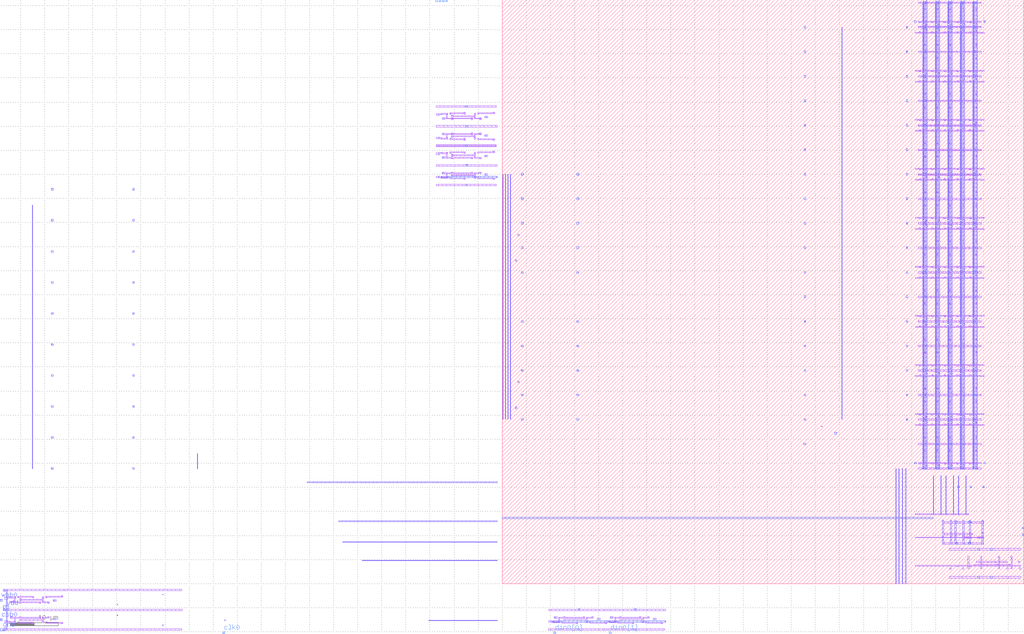
<source format=lef>
VERSION 5.4 ;
NAMESCASESENSITIVE ON ;
BUSBITCHARS "[]" ;
DIVIDERCHAR "/" ;
UNITS
  DATABASE MICRONS 2000 ;
END UNITS
MACRO sram_2_16_sky130A
   CLASS BLOCK ;
   SIZE 108.31 BY 121.23 ;
   SYMMETRY X Y R90 ;
   PIN din0[0]
      DIRECTION INPUT ;
      PORT
         LAYER m4 ;
         RECT  10.69 -10.39 11.07 -10.01 ;
      END
   END din0[0]
   PIN din0[1]
      DIRECTION INPUT ;
      PORT
         LAYER m4 ;
         RECT  22.25 -10.39 22.63 -10.01 ;
      END
   END din0[1]
   PIN addr0[0]
      DIRECTION INPUT ;
      PORT
         LAYER m4 ;
         RECT  -11.75 120.85 -11.37 121.23 ;
      END
   END addr0[0]
   PIN addr0[1]
      DIRECTION INPUT ;
      PORT
         LAYER m4 ;
         RECT  -13.79 120.85 -13.41 121.23 ;
      END
   END addr0[1]
   PIN addr0[2]
      DIRECTION INPUT ;
      PORT
         LAYER m4 ;
         RECT  -12.43 120.85 -12.05 121.23 ;
      END
   END addr0[2]
   PIN addr0[3]
      DIRECTION INPUT ;
      PORT
         LAYER m4 ;
         RECT  -13.11 120.85 -12.73 121.23 ;
      END
   END addr0[3]
   PIN csb0
      DIRECTION INPUT ;
      PORT
         LAYER m3 ;
         RECT  -104.23 -7.67 -103.85 -7.29 ;
      END
   END csb0
   PIN web0
      DIRECTION INPUT ;
      PORT
         LAYER m3 ;
         RECT  -104.23 -3.59 -103.85 -3.21 ;
      END
   END web0
   PIN clk0
      DIRECTION INPUT ;
      PORT
         LAYER m4 ;
         RECT  -57.99 -10.39 -57.61 -10.01 ;
      END
   END clk0
   PIN dout0[0]
      DIRECTION OUTPUT ;
      PORT
         LAYER m3 ;
         RECT  107.93 11.37 108.31 11.75 ;
      END
   END dout0[0]
   PIN dout0[1]
      DIRECTION OUTPUT ;
      PORT
         LAYER m3 ;
         RECT  107.93 10.01 108.31 10.39 ;
      END
   END dout0[1]
   PIN vdd
      DIRECTION INOUT ;
      USE POWER ; 
      SHAPE ABUTMENT ; 
      PORT
         LAYER m3 ;
         RECT  -103.55 -5.63 -102.49 -4.57 ;
      END
   END vdd
   PIN gnd
      DIRECTION INOUT ;
      USE GROUND ; 
      SHAPE ABUTMENT ; 
      PORT
         LAYER m3 ;
         RECT  -104.23 -9.71 -103.17 -9.33 ;
      END
   END gnd
   OBS
   LAYER  m1 ;
      RECT  92.53 37.14 92.82 37.43 ;
      RECT  92.98 34.54 93.3 34.86 ;
      RECT  91.79 35.02 92.12 35.17 ;
      RECT  92.47 34.54 92.79 34.86 ;
      RECT  92.95 37.68 93.24 37.97 ;
      RECT  91.61 39.04 94.21 39.33 ;
      RECT  91.81 35.17 92.1 35.33 ;
      RECT  91.61 33.96 94.21 34.25 ;
      RECT  92.53 41.24 92.82 40.95 ;
      RECT  92.98 43.84 93.3 43.52 ;
      RECT  91.79 43.36 92.12 43.21 ;
      RECT  92.47 43.84 92.79 43.52 ;
      RECT  92.95 40.7 93.24 40.41 ;
      RECT  91.61 39.34 94.21 39.05 ;
      RECT  91.81 43.21 92.1 43.05 ;
      RECT  91.61 44.42 94.21 44.13 ;
      RECT  92.53 47.32 92.82 47.61 ;
      RECT  92.98 44.72 93.3 45.04 ;
      RECT  91.79 45.2 92.12 45.35 ;
      RECT  92.47 44.72 92.79 45.04 ;
      RECT  92.95 47.86 93.24 48.15 ;
      RECT  91.61 49.22 94.21 49.51 ;
      RECT  91.81 45.35 92.1 45.51 ;
      RECT  91.61 44.14 94.21 44.43 ;
      RECT  92.53 51.42 92.82 51.13 ;
      RECT  92.98 54.02 93.3 53.7 ;
      RECT  91.79 53.54 92.12 53.39 ;
      RECT  92.47 54.02 92.79 53.7 ;
      RECT  92.95 50.88 93.24 50.59 ;
      RECT  91.61 49.52 94.21 49.23 ;
      RECT  91.81 53.39 92.1 53.23 ;
      RECT  91.61 54.6 94.21 54.31 ;
      RECT  92.53 57.5 92.82 57.79 ;
      RECT  92.98 54.9 93.3 55.22 ;
      RECT  91.79 55.38 92.12 55.53 ;
      RECT  92.47 54.9 92.79 55.22 ;
      RECT  92.95 58.04 93.24 58.33 ;
      RECT  91.61 59.4 94.21 59.69 ;
      RECT  91.81 55.53 92.1 55.69 ;
      RECT  91.61 54.32 94.21 54.61 ;
      RECT  92.53 61.6 92.82 61.31 ;
      RECT  92.98 64.2 93.3 63.88 ;
      RECT  91.79 63.72 92.12 63.57 ;
      RECT  92.47 64.2 92.79 63.88 ;
      RECT  92.95 61.06 93.24 60.77 ;
      RECT  91.61 59.7 94.21 59.41 ;
      RECT  91.81 63.57 92.1 63.41 ;
      RECT  91.61 64.78 94.21 64.49 ;
      RECT  92.53 67.68 92.82 67.97 ;
      RECT  92.98 65.08 93.3 65.4 ;
      RECT  91.79 65.56 92.12 65.71 ;
      RECT  92.47 65.08 92.79 65.4 ;
      RECT  92.95 68.22 93.24 68.51 ;
      RECT  91.61 69.58 94.21 69.87 ;
      RECT  91.81 65.71 92.1 65.87 ;
      RECT  91.61 64.5 94.21 64.79 ;
      RECT  92.53 71.78 92.82 71.49 ;
      RECT  92.98 74.38 93.3 74.06 ;
      RECT  91.79 73.9 92.12 73.75 ;
      RECT  92.47 74.38 92.79 74.06 ;
      RECT  92.95 71.24 93.24 70.95 ;
      RECT  91.61 69.88 94.21 69.59 ;
      RECT  91.81 73.75 92.1 73.59 ;
      RECT  91.61 74.96 94.21 74.67 ;
      RECT  92.53 77.86 92.82 78.15 ;
      RECT  92.98 75.26 93.3 75.58 ;
      RECT  91.79 75.74 92.12 75.89 ;
      RECT  92.47 75.26 92.79 75.58 ;
      RECT  92.95 78.4 93.24 78.69 ;
      RECT  91.61 79.76 94.21 80.05 ;
      RECT  91.81 75.89 92.1 76.05 ;
      RECT  91.61 74.68 94.21 74.97 ;
      RECT  92.53 81.96 92.82 81.67 ;
      RECT  92.98 84.56 93.3 84.24 ;
      RECT  91.79 84.08 92.12 83.93 ;
      RECT  92.47 84.56 92.79 84.24 ;
      RECT  92.95 81.42 93.24 81.13 ;
      RECT  91.61 80.06 94.21 79.77 ;
      RECT  91.81 83.93 92.1 83.77 ;
      RECT  91.61 85.14 94.21 84.85 ;
      RECT  92.53 88.04 92.82 88.33 ;
      RECT  92.98 85.44 93.3 85.76 ;
      RECT  91.79 85.92 92.12 86.07 ;
      RECT  92.47 85.44 92.79 85.76 ;
      RECT  92.95 88.58 93.24 88.87 ;
      RECT  91.61 89.94 94.21 90.23 ;
      RECT  91.81 86.07 92.1 86.23 ;
      RECT  91.61 84.86 94.21 85.15 ;
      RECT  92.53 92.14 92.82 91.85 ;
      RECT  92.98 94.74 93.3 94.42 ;
      RECT  91.79 94.26 92.12 94.11 ;
      RECT  92.47 94.74 92.79 94.42 ;
      RECT  92.95 91.6 93.24 91.31 ;
      RECT  91.61 90.24 94.21 89.95 ;
      RECT  91.81 94.11 92.1 93.95 ;
      RECT  91.61 95.32 94.21 95.03 ;
      RECT  92.53 98.22 92.82 98.51 ;
      RECT  92.98 95.62 93.3 95.94 ;
      RECT  91.79 96.1 92.12 96.25 ;
      RECT  92.47 95.62 92.79 95.94 ;
      RECT  92.95 98.76 93.24 99.05 ;
      RECT  91.61 100.12 94.21 100.41 ;
      RECT  91.81 96.25 92.1 96.41 ;
      RECT  91.61 95.04 94.21 95.33 ;
      RECT  92.53 102.32 92.82 102.03 ;
      RECT  92.98 104.92 93.3 104.6 ;
      RECT  91.79 104.44 92.12 104.29 ;
      RECT  92.47 104.92 92.79 104.6 ;
      RECT  92.95 101.78 93.24 101.49 ;
      RECT  91.61 100.42 94.21 100.13 ;
      RECT  91.81 104.29 92.1 104.13 ;
      RECT  91.61 105.5 94.21 105.21 ;
      RECT  92.53 108.4 92.82 108.69 ;
      RECT  92.98 105.8 93.3 106.12 ;
      RECT  91.79 106.28 92.12 106.43 ;
      RECT  92.47 105.8 92.79 106.12 ;
      RECT  92.95 108.94 93.24 109.23 ;
      RECT  91.61 110.3 94.21 110.59 ;
      RECT  91.81 106.43 92.1 106.59 ;
      RECT  91.61 105.22 94.21 105.51 ;
      RECT  92.53 112.5 92.82 112.21 ;
      RECT  92.98 115.1 93.3 114.78 ;
      RECT  91.79 114.62 92.12 114.47 ;
      RECT  92.47 115.1 92.79 114.78 ;
      RECT  92.95 111.96 93.24 111.67 ;
      RECT  91.61 110.6 94.21 110.31 ;
      RECT  91.81 114.47 92.1 114.31 ;
      RECT  91.61 115.68 94.21 115.39 ;
      RECT  95.13 37.14 95.42 37.43 ;
      RECT  95.58 34.54 95.9 34.86 ;
      RECT  94.39 35.02 94.72 35.17 ;
      RECT  95.07 34.54 95.39 34.86 ;
      RECT  95.55 37.68 95.84 37.97 ;
      RECT  94.21 39.04 96.81 39.33 ;
      RECT  94.41 35.17 94.7 35.33 ;
      RECT  94.21 33.96 96.81 34.25 ;
      RECT  95.13 41.24 95.42 40.95 ;
      RECT  95.58 43.84 95.9 43.52 ;
      RECT  94.39 43.36 94.72 43.21 ;
      RECT  95.07 43.84 95.39 43.52 ;
      RECT  95.55 40.7 95.84 40.41 ;
      RECT  94.21 39.34 96.81 39.05 ;
      RECT  94.41 43.21 94.7 43.05 ;
      RECT  94.21 44.42 96.81 44.13 ;
      RECT  95.13 47.32 95.42 47.61 ;
      RECT  95.58 44.72 95.9 45.04 ;
      RECT  94.39 45.2 94.72 45.35 ;
      RECT  95.07 44.72 95.39 45.04 ;
      RECT  95.55 47.86 95.84 48.15 ;
      RECT  94.21 49.22 96.81 49.51 ;
      RECT  94.41 45.35 94.7 45.51 ;
      RECT  94.21 44.14 96.81 44.43 ;
      RECT  95.13 51.42 95.42 51.13 ;
      RECT  95.58 54.02 95.9 53.7 ;
      RECT  94.39 53.54 94.72 53.39 ;
      RECT  95.07 54.02 95.39 53.7 ;
      RECT  95.55 50.88 95.84 50.59 ;
      RECT  94.21 49.52 96.81 49.23 ;
      RECT  94.41 53.39 94.7 53.23 ;
      RECT  94.21 54.6 96.81 54.31 ;
      RECT  95.13 57.5 95.42 57.79 ;
      RECT  95.58 54.9 95.9 55.22 ;
      RECT  94.39 55.38 94.72 55.53 ;
      RECT  95.07 54.9 95.39 55.22 ;
      RECT  95.55 58.04 95.84 58.33 ;
      RECT  94.21 59.4 96.81 59.69 ;
      RECT  94.41 55.53 94.7 55.69 ;
      RECT  94.21 54.32 96.81 54.61 ;
      RECT  95.13 61.6 95.42 61.31 ;
      RECT  95.58 64.2 95.9 63.88 ;
      RECT  94.39 63.72 94.72 63.57 ;
      RECT  95.07 64.2 95.39 63.88 ;
      RECT  95.55 61.06 95.84 60.77 ;
      RECT  94.21 59.7 96.81 59.41 ;
      RECT  94.41 63.57 94.7 63.41 ;
      RECT  94.21 64.78 96.81 64.49 ;
      RECT  95.13 67.68 95.42 67.97 ;
      RECT  95.58 65.08 95.9 65.4 ;
      RECT  94.39 65.56 94.72 65.71 ;
      RECT  95.07 65.08 95.39 65.4 ;
      RECT  95.55 68.22 95.84 68.51 ;
      RECT  94.21 69.58 96.81 69.87 ;
      RECT  94.41 65.71 94.7 65.87 ;
      RECT  94.21 64.5 96.81 64.79 ;
      RECT  95.13 71.78 95.42 71.49 ;
      RECT  95.58 74.38 95.9 74.06 ;
      RECT  94.39 73.9 94.72 73.75 ;
      RECT  95.07 74.38 95.39 74.06 ;
      RECT  95.55 71.24 95.84 70.95 ;
      RECT  94.21 69.88 96.81 69.59 ;
      RECT  94.41 73.75 94.7 73.59 ;
      RECT  94.21 74.96 96.81 74.67 ;
      RECT  95.13 77.86 95.42 78.15 ;
      RECT  95.58 75.26 95.9 75.58 ;
      RECT  94.39 75.74 94.72 75.89 ;
      RECT  95.07 75.26 95.39 75.58 ;
      RECT  95.55 78.4 95.84 78.69 ;
      RECT  94.21 79.76 96.81 80.05 ;
      RECT  94.41 75.89 94.7 76.05 ;
      RECT  94.21 74.68 96.81 74.97 ;
      RECT  95.13 81.96 95.42 81.67 ;
      RECT  95.58 84.56 95.9 84.24 ;
      RECT  94.39 84.08 94.72 83.93 ;
      RECT  95.07 84.56 95.39 84.24 ;
      RECT  95.55 81.42 95.84 81.13 ;
      RECT  94.21 80.06 96.81 79.77 ;
      RECT  94.41 83.93 94.7 83.77 ;
      RECT  94.21 85.14 96.81 84.85 ;
      RECT  95.13 88.04 95.42 88.33 ;
      RECT  95.58 85.44 95.9 85.76 ;
      RECT  94.39 85.92 94.72 86.07 ;
      RECT  95.07 85.44 95.39 85.76 ;
      RECT  95.55 88.58 95.84 88.87 ;
      RECT  94.21 89.94 96.81 90.23 ;
      RECT  94.41 86.07 94.7 86.23 ;
      RECT  94.21 84.86 96.81 85.15 ;
      RECT  95.13 92.14 95.42 91.85 ;
      RECT  95.58 94.74 95.9 94.42 ;
      RECT  94.39 94.26 94.72 94.11 ;
      RECT  95.07 94.74 95.39 94.42 ;
      RECT  95.55 91.6 95.84 91.31 ;
      RECT  94.21 90.24 96.81 89.95 ;
      RECT  94.41 94.11 94.7 93.95 ;
      RECT  94.21 95.32 96.81 95.03 ;
      RECT  95.13 98.22 95.42 98.51 ;
      RECT  95.58 95.62 95.9 95.94 ;
      RECT  94.39 96.1 94.72 96.25 ;
      RECT  95.07 95.62 95.39 95.94 ;
      RECT  95.55 98.76 95.84 99.05 ;
      RECT  94.21 100.12 96.81 100.41 ;
      RECT  94.41 96.25 94.7 96.41 ;
      RECT  94.21 95.04 96.81 95.33 ;
      RECT  95.13 102.32 95.42 102.03 ;
      RECT  95.58 104.92 95.9 104.6 ;
      RECT  94.39 104.44 94.72 104.29 ;
      RECT  95.07 104.92 95.39 104.6 ;
      RECT  95.55 101.78 95.84 101.49 ;
      RECT  94.21 100.42 96.81 100.13 ;
      RECT  94.41 104.29 94.7 104.13 ;
      RECT  94.21 105.5 96.81 105.21 ;
      RECT  95.13 108.4 95.42 108.69 ;
      RECT  95.58 105.8 95.9 106.12 ;
      RECT  94.39 106.28 94.72 106.43 ;
      RECT  95.07 105.8 95.39 106.12 ;
      RECT  95.55 108.94 95.84 109.23 ;
      RECT  94.21 110.3 96.81 110.59 ;
      RECT  94.41 106.43 94.7 106.59 ;
      RECT  94.21 105.22 96.81 105.51 ;
      RECT  95.13 112.5 95.42 112.21 ;
      RECT  95.58 115.1 95.9 114.78 ;
      RECT  94.39 114.62 94.72 114.47 ;
      RECT  95.07 115.1 95.39 114.78 ;
      RECT  95.55 111.96 95.84 111.67 ;
      RECT  94.21 110.6 96.81 110.31 ;
      RECT  94.41 114.47 94.7 114.31 ;
      RECT  94.21 115.68 96.81 115.39 ;
      RECT  91.61 35.17 96.81 35.33 ;
      RECT  91.61 43.05 96.81 43.21 ;
      RECT  91.61 45.35 96.81 45.51 ;
      RECT  91.61 53.23 96.81 53.39 ;
      RECT  91.61 55.53 96.81 55.69 ;
      RECT  91.61 63.41 96.81 63.57 ;
      RECT  91.61 65.71 96.81 65.87 ;
      RECT  91.61 73.59 96.81 73.75 ;
      RECT  91.61 75.89 96.81 76.05 ;
      RECT  91.61 83.77 96.81 83.93 ;
      RECT  91.61 86.07 96.81 86.23 ;
      RECT  91.61 93.95 96.81 94.11 ;
      RECT  91.61 96.25 96.81 96.41 ;
      RECT  91.61 104.13 96.81 104.29 ;
      RECT  91.61 106.43 96.81 106.59 ;
      RECT  91.61 114.31 96.81 114.47 ;
      RECT  91.61 110.31 94.21 110.6 ;
      RECT  94.21 110.31 96.81 110.6 ;
      RECT  94.21 39.04 96.81 39.33 ;
      RECT  94.21 79.76 96.81 80.05 ;
      RECT  94.21 89.94 96.81 90.23 ;
      RECT  91.61 89.95 94.21 90.24 ;
      RECT  91.61 79.76 94.21 80.05 ;
      RECT  94.21 69.58 96.81 69.87 ;
      RECT  94.21 89.95 96.81 90.24 ;
      RECT  91.61 79.77 94.21 80.06 ;
      RECT  94.21 59.41 96.81 59.7 ;
      RECT  91.61 59.4 94.21 59.69 ;
      RECT  94.21 49.23 96.81 49.52 ;
      RECT  94.21 59.4 96.81 59.69 ;
      RECT  91.61 110.3 94.21 110.59 ;
      RECT  94.21 110.3 96.81 110.59 ;
      RECT  91.61 49.23 94.21 49.52 ;
      RECT  94.21 49.22 96.81 49.51 ;
      RECT  94.21 69.59 96.81 69.88 ;
      RECT  91.61 100.12 94.21 100.41 ;
      RECT  91.61 100.13 94.21 100.42 ;
      RECT  91.61 49.22 94.21 49.51 ;
      RECT  91.61 69.58 94.21 69.87 ;
      RECT  94.21 100.13 96.81 100.42 ;
      RECT  94.21 100.12 96.81 100.41 ;
      RECT  94.21 79.77 96.81 80.06 ;
      RECT  91.61 69.59 94.21 69.88 ;
      RECT  91.61 39.04 94.21 39.33 ;
      RECT  94.21 39.05 96.81 39.34 ;
      RECT  91.61 39.05 94.21 39.34 ;
      RECT  91.61 59.41 94.21 59.7 ;
      RECT  91.61 89.94 94.21 90.23 ;
      RECT  91.61 74.68 94.21 74.97 ;
      RECT  94.21 105.22 96.81 105.51 ;
      RECT  91.61 74.67 94.21 74.96 ;
      RECT  91.61 105.21 94.21 105.5 ;
      RECT  91.61 33.96 94.21 34.25 ;
      RECT  94.21 44.14 96.81 44.43 ;
      RECT  94.21 44.13 96.81 44.42 ;
      RECT  94.21 64.5 96.81 64.79 ;
      RECT  91.61 44.14 94.21 44.43 ;
      RECT  91.61 54.32 94.21 54.61 ;
      RECT  91.61 95.03 94.21 95.32 ;
      RECT  91.61 64.49 94.21 64.78 ;
      RECT  94.21 33.96 96.81 34.25 ;
      RECT  94.21 95.04 96.81 95.33 ;
      RECT  91.61 115.39 94.21 115.68 ;
      RECT  91.61 64.5 94.21 64.79 ;
      RECT  94.21 84.85 96.81 85.14 ;
      RECT  94.21 84.86 96.81 85.15 ;
      RECT  91.61 54.31 94.21 54.6 ;
      RECT  94.21 115.39 96.81 115.68 ;
      RECT  91.61 105.22 94.21 105.51 ;
      RECT  94.21 105.21 96.81 105.5 ;
      RECT  94.21 54.31 96.81 54.6 ;
      RECT  94.21 74.68 96.81 74.97 ;
      RECT  91.61 84.85 94.21 85.14 ;
      RECT  91.61 84.86 94.21 85.15 ;
      RECT  94.21 64.49 96.81 64.78 ;
      RECT  91.61 44.13 94.21 44.42 ;
      RECT  94.21 74.67 96.81 74.96 ;
      RECT  94.21 95.03 96.81 95.32 ;
      RECT  91.61 95.04 94.21 95.33 ;
      RECT  94.21 54.32 96.81 54.61 ;
      RECT  89.93 26.96 90.22 27.25 ;
      RECT  90.38 24.36 90.7 24.68 ;
      RECT  89.19 24.84 89.52 24.99 ;
      RECT  89.87 24.36 90.19 24.68 ;
      RECT  90.35 27.5 90.64 27.79 ;
      RECT  89.01 28.86 91.61 29.15 ;
      RECT  89.21 24.99 89.5 25.15 ;
      RECT  89.01 23.78 91.61 24.07 ;
      RECT  89.93 31.06 90.22 30.77 ;
      RECT  90.38 33.66 90.7 33.34 ;
      RECT  89.19 33.18 89.52 33.03 ;
      RECT  89.87 33.66 90.19 33.34 ;
      RECT  90.35 30.52 90.64 30.23 ;
      RECT  89.01 29.16 91.61 28.87 ;
      RECT  89.21 33.03 89.5 32.87 ;
      RECT  89.01 34.24 91.61 33.95 ;
      RECT  89.93 37.14 90.22 37.43 ;
      RECT  90.38 34.54 90.7 34.86 ;
      RECT  89.19 35.02 89.52 35.17 ;
      RECT  89.87 34.54 90.19 34.86 ;
      RECT  90.35 37.68 90.64 37.97 ;
      RECT  89.01 39.04 91.61 39.33 ;
      RECT  89.21 35.17 89.5 35.33 ;
      RECT  89.01 33.96 91.61 34.25 ;
      RECT  89.93 41.24 90.22 40.95 ;
      RECT  90.38 43.84 90.7 43.52 ;
      RECT  89.19 43.36 89.52 43.21 ;
      RECT  89.87 43.84 90.19 43.52 ;
      RECT  90.35 40.7 90.64 40.41 ;
      RECT  89.01 39.34 91.61 39.05 ;
      RECT  89.21 43.21 89.5 43.05 ;
      RECT  89.01 44.42 91.61 44.13 ;
      RECT  89.93 47.32 90.22 47.61 ;
      RECT  90.38 44.72 90.7 45.04 ;
      RECT  89.19 45.2 89.52 45.35 ;
      RECT  89.87 44.72 90.19 45.04 ;
      RECT  90.35 47.86 90.64 48.15 ;
      RECT  89.01 49.22 91.61 49.51 ;
      RECT  89.21 45.35 89.5 45.51 ;
      RECT  89.01 44.14 91.61 44.43 ;
      RECT  89.93 51.42 90.22 51.13 ;
      RECT  90.38 54.02 90.7 53.7 ;
      RECT  89.19 53.54 89.52 53.39 ;
      RECT  89.87 54.02 90.19 53.7 ;
      RECT  90.35 50.88 90.64 50.59 ;
      RECT  89.01 49.52 91.61 49.23 ;
      RECT  89.21 53.39 89.5 53.23 ;
      RECT  89.01 54.6 91.61 54.31 ;
      RECT  89.93 57.5 90.22 57.79 ;
      RECT  90.38 54.9 90.7 55.22 ;
      RECT  89.19 55.38 89.52 55.53 ;
      RECT  89.87 54.9 90.19 55.22 ;
      RECT  90.35 58.04 90.64 58.33 ;
      RECT  89.01 59.4 91.61 59.69 ;
      RECT  89.21 55.53 89.5 55.69 ;
      RECT  89.01 54.32 91.61 54.61 ;
      RECT  89.93 61.6 90.22 61.31 ;
      RECT  90.38 64.2 90.7 63.88 ;
      RECT  89.19 63.72 89.52 63.57 ;
      RECT  89.87 64.2 90.19 63.88 ;
      RECT  90.35 61.06 90.64 60.77 ;
      RECT  89.01 59.7 91.61 59.41 ;
      RECT  89.21 63.57 89.5 63.41 ;
      RECT  89.01 64.78 91.61 64.49 ;
      RECT  89.93 67.68 90.22 67.97 ;
      RECT  90.38 65.08 90.7 65.4 ;
      RECT  89.19 65.56 89.52 65.71 ;
      RECT  89.87 65.08 90.19 65.4 ;
      RECT  90.35 68.22 90.64 68.51 ;
      RECT  89.01 69.58 91.61 69.87 ;
      RECT  89.21 65.71 89.5 65.87 ;
      RECT  89.01 64.5 91.61 64.79 ;
      RECT  89.93 71.78 90.22 71.49 ;
      RECT  90.38 74.38 90.7 74.06 ;
      RECT  89.19 73.9 89.52 73.75 ;
      RECT  89.87 74.38 90.19 74.06 ;
      RECT  90.35 71.24 90.64 70.95 ;
      RECT  89.01 69.88 91.61 69.59 ;
      RECT  89.21 73.75 89.5 73.59 ;
      RECT  89.01 74.96 91.61 74.67 ;
      RECT  89.93 77.86 90.22 78.15 ;
      RECT  90.38 75.26 90.7 75.58 ;
      RECT  89.19 75.74 89.52 75.89 ;
      RECT  89.87 75.26 90.19 75.58 ;
      RECT  90.35 78.4 90.64 78.69 ;
      RECT  89.01 79.76 91.61 80.05 ;
      RECT  89.21 75.89 89.5 76.05 ;
      RECT  89.01 74.68 91.61 74.97 ;
      RECT  89.93 81.96 90.22 81.67 ;
      RECT  90.38 84.56 90.7 84.24 ;
      RECT  89.19 84.08 89.52 83.93 ;
      RECT  89.87 84.56 90.19 84.24 ;
      RECT  90.35 81.42 90.64 81.13 ;
      RECT  89.01 80.06 91.61 79.77 ;
      RECT  89.21 83.93 89.5 83.77 ;
      RECT  89.01 85.14 91.61 84.85 ;
      RECT  89.93 88.04 90.22 88.33 ;
      RECT  90.38 85.44 90.7 85.76 ;
      RECT  89.19 85.92 89.52 86.07 ;
      RECT  89.87 85.44 90.19 85.76 ;
      RECT  90.35 88.58 90.64 88.87 ;
      RECT  89.01 89.94 91.61 90.23 ;
      RECT  89.21 86.07 89.5 86.23 ;
      RECT  89.01 84.86 91.61 85.15 ;
      RECT  89.93 92.14 90.22 91.85 ;
      RECT  90.38 94.74 90.7 94.42 ;
      RECT  89.19 94.26 89.52 94.11 ;
      RECT  89.87 94.74 90.19 94.42 ;
      RECT  90.35 91.6 90.64 91.31 ;
      RECT  89.01 90.24 91.61 89.95 ;
      RECT  89.21 94.11 89.5 93.95 ;
      RECT  89.01 95.32 91.61 95.03 ;
      RECT  89.93 98.22 90.22 98.51 ;
      RECT  90.38 95.62 90.7 95.94 ;
      RECT  89.19 96.1 89.52 96.25 ;
      RECT  89.87 95.62 90.19 95.94 ;
      RECT  90.35 98.76 90.64 99.05 ;
      RECT  89.01 100.12 91.61 100.41 ;
      RECT  89.21 96.25 89.5 96.41 ;
      RECT  89.01 95.04 91.61 95.33 ;
      RECT  89.93 102.32 90.22 102.03 ;
      RECT  90.38 104.92 90.7 104.6 ;
      RECT  89.19 104.44 89.52 104.29 ;
      RECT  89.87 104.92 90.19 104.6 ;
      RECT  90.35 101.78 90.64 101.49 ;
      RECT  89.01 100.42 91.61 100.13 ;
      RECT  89.21 104.29 89.5 104.13 ;
      RECT  89.01 105.5 91.61 105.21 ;
      RECT  89.93 108.4 90.22 108.69 ;
      RECT  90.38 105.8 90.7 106.12 ;
      RECT  89.19 106.28 89.52 106.43 ;
      RECT  89.87 105.8 90.19 106.12 ;
      RECT  90.35 108.94 90.64 109.23 ;
      RECT  89.01 110.3 91.61 110.59 ;
      RECT  89.21 106.43 89.5 106.59 ;
      RECT  89.01 105.22 91.61 105.51 ;
      RECT  89.93 112.5 90.22 112.21 ;
      RECT  90.38 115.1 90.7 114.78 ;
      RECT  89.19 114.62 89.52 114.47 ;
      RECT  89.87 115.1 90.19 114.78 ;
      RECT  90.35 111.96 90.64 111.67 ;
      RECT  89.01 110.6 91.61 110.31 ;
      RECT  89.21 114.47 89.5 114.31 ;
      RECT  89.01 115.68 91.61 115.39 ;
      RECT  89.93 118.58 90.22 118.87 ;
      RECT  90.38 115.98 90.7 116.3 ;
      RECT  89.19 116.46 89.52 116.61 ;
      RECT  89.87 115.98 90.19 116.3 ;
      RECT  90.35 119.12 90.64 119.41 ;
      RECT  89.01 120.48 91.61 120.77 ;
      RECT  89.21 116.61 89.5 116.77 ;
      RECT  89.01 115.4 91.61 115.69 ;
      RECT  89.01 24.99 91.61 25.15 ;
      RECT  89.01 32.87 91.61 33.03 ;
      RECT  89.01 35.17 91.61 35.33 ;
      RECT  89.01 43.05 91.61 43.21 ;
      RECT  89.01 45.35 91.61 45.51 ;
      RECT  89.01 53.23 91.61 53.39 ;
      RECT  89.01 55.53 91.61 55.69 ;
      RECT  89.01 63.41 91.61 63.57 ;
      RECT  89.01 65.71 91.61 65.87 ;
      RECT  89.01 73.59 91.61 73.75 ;
      RECT  89.01 75.89 91.61 76.05 ;
      RECT  89.01 83.77 91.61 83.93 ;
      RECT  89.01 86.07 91.61 86.23 ;
      RECT  89.01 93.95 91.61 94.11 ;
      RECT  89.01 96.25 91.61 96.41 ;
      RECT  89.01 104.13 91.61 104.29 ;
      RECT  89.01 106.43 91.61 106.59 ;
      RECT  89.01 114.31 91.61 114.47 ;
      RECT  89.01 116.61 91.61 116.77 ;
      RECT  89.01 100.13 91.61 100.42 ;
      RECT  89.01 79.77 91.61 80.06 ;
      RECT  89.01 69.58 91.61 69.87 ;
      RECT  89.01 69.59 91.61 69.88 ;
      RECT  89.01 49.22 91.61 49.51 ;
      RECT  89.01 100.12 91.61 100.41 ;
      RECT  89.01 39.05 91.61 39.34 ;
      RECT  89.01 89.94 91.61 90.23 ;
      RECT  89.01 110.31 91.61 110.6 ;
      RECT  89.01 89.95 91.61 90.24 ;
      RECT  89.01 39.04 91.61 39.33 ;
      RECT  89.01 59.4 91.61 59.69 ;
      RECT  89.01 59.41 91.61 59.7 ;
      RECT  89.01 110.3 91.61 110.59 ;
      RECT  89.01 28.87 91.61 29.16 ;
      RECT  89.01 49.23 91.61 49.52 ;
      RECT  89.01 79.76 91.61 80.05 ;
      RECT  89.01 64.5 91.61 64.79 ;
      RECT  89.01 115.39 91.61 115.68 ;
      RECT  89.01 64.49 91.61 64.78 ;
      RECT  89.01 95.03 91.61 95.32 ;
      RECT  89.01 33.96 91.61 34.25 ;
      RECT  89.01 44.14 91.61 44.43 ;
      RECT  89.01 84.85 91.61 85.14 ;
      RECT  89.01 54.31 91.61 54.6 ;
      RECT  89.01 105.22 91.61 105.51 ;
      RECT  89.01 105.21 91.61 105.5 ;
      RECT  89.01 54.32 91.61 54.61 ;
      RECT  89.01 44.13 91.61 44.42 ;
      RECT  89.01 95.04 91.61 95.33 ;
      RECT  89.01 74.67 91.61 74.96 ;
      RECT  89.01 74.68 91.61 74.97 ;
      RECT  89.01 33.95 91.61 34.24 ;
      RECT  89.01 84.86 91.61 85.15 ;
      RECT  92.53 31.06 92.82 30.77 ;
      RECT  92.98 33.66 93.3 33.34 ;
      RECT  91.79 33.18 92.12 33.03 ;
      RECT  92.47 33.66 92.79 33.34 ;
      RECT  92.95 30.52 93.24 30.23 ;
      RECT  91.61 29.16 94.21 28.87 ;
      RECT  91.81 33.03 92.1 32.87 ;
      RECT  91.61 34.24 94.21 33.95 ;
      RECT  95.13 31.06 95.42 30.77 ;
      RECT  95.58 33.66 95.9 33.34 ;
      RECT  94.39 33.18 94.72 33.03 ;
      RECT  95.07 33.66 95.39 33.34 ;
      RECT  95.55 30.52 95.84 30.23 ;
      RECT  94.21 29.16 96.81 28.87 ;
      RECT  94.41 33.03 94.7 32.87 ;
      RECT  94.21 34.24 96.81 33.95 ;
      RECT  91.61 33.03 96.81 32.87 ;
      RECT  94.21 29.16 96.81 28.87 ;
      RECT  91.61 29.16 94.21 28.87 ;
      RECT  91.61 34.24 94.21 33.95 ;
      RECT  94.21 34.24 96.81 33.95 ;
      RECT  92.53 26.96 92.82 27.25 ;
      RECT  92.98 24.36 93.3 24.68 ;
      RECT  91.79 24.84 92.12 24.99 ;
      RECT  92.47 24.36 92.79 24.68 ;
      RECT  92.95 27.5 93.24 27.79 ;
      RECT  91.61 28.86 94.21 29.15 ;
      RECT  91.81 24.99 92.1 25.15 ;
      RECT  91.61 23.78 94.21 24.07 ;
      RECT  95.13 26.96 95.42 27.25 ;
      RECT  95.58 24.36 95.9 24.68 ;
      RECT  94.39 24.84 94.72 24.99 ;
      RECT  95.07 24.36 95.39 24.68 ;
      RECT  95.55 27.5 95.84 27.79 ;
      RECT  94.21 28.86 96.81 29.15 ;
      RECT  94.41 24.99 94.7 25.15 ;
      RECT  94.21 23.78 96.81 24.07 ;
      RECT  91.61 24.99 96.81 25.15 ;
      RECT  94.21 28.86 96.81 29.15 ;
      RECT  91.61 28.86 94.21 29.15 ;
      RECT  91.61 23.78 94.21 24.07 ;
      RECT  94.21 23.78 96.81 24.07 ;
      RECT  92.53 118.58 92.82 118.87 ;
      RECT  92.98 115.98 93.3 116.3 ;
      RECT  91.79 116.46 92.12 116.61 ;
      RECT  92.47 115.98 92.79 116.3 ;
      RECT  92.95 119.12 93.24 119.41 ;
      RECT  91.61 120.48 94.21 120.77 ;
      RECT  91.81 116.61 92.1 116.77 ;
      RECT  91.61 115.4 94.21 115.69 ;
      RECT  95.13 118.58 95.42 118.87 ;
      RECT  95.58 115.98 95.9 116.3 ;
      RECT  94.39 116.46 94.72 116.61 ;
      RECT  95.07 115.98 95.39 116.3 ;
      RECT  95.55 119.12 95.84 119.41 ;
      RECT  94.21 120.48 96.81 120.77 ;
      RECT  94.41 116.61 94.7 116.77 ;
      RECT  94.21 115.4 96.81 115.69 ;
      RECT  91.61 116.61 96.81 116.77 ;
      RECT  94.21 120.48 96.81 120.77 ;
      RECT  91.61 120.48 94.21 120.77 ;
      RECT  91.61 115.4 94.21 115.69 ;
      RECT  94.21 115.4 96.81 115.69 ;
      RECT  87.33 26.96 87.62 27.25 ;
      RECT  87.78 24.36 88.1 24.68 ;
      RECT  86.59 24.84 86.92 24.99 ;
      RECT  87.27 24.36 87.59 24.68 ;
      RECT  87.75 27.5 88.04 27.79 ;
      RECT  86.41 28.86 89.01 29.15 ;
      RECT  86.61 24.99 86.9 25.15 ;
      RECT  86.41 23.78 89.01 24.07 ;
      RECT  87.33 31.06 87.62 30.77 ;
      RECT  87.78 33.66 88.1 33.34 ;
      RECT  86.59 33.18 86.92 33.03 ;
      RECT  87.27 33.66 87.59 33.34 ;
      RECT  87.75 30.52 88.04 30.23 ;
      RECT  86.41 29.16 89.01 28.87 ;
      RECT  86.61 33.03 86.9 32.87 ;
      RECT  86.41 34.24 89.01 33.95 ;
      RECT  87.33 37.14 87.62 37.43 ;
      RECT  87.78 34.54 88.1 34.86 ;
      RECT  86.59 35.02 86.92 35.17 ;
      RECT  87.27 34.54 87.59 34.86 ;
      RECT  87.75 37.68 88.04 37.97 ;
      RECT  86.41 39.04 89.01 39.33 ;
      RECT  86.61 35.17 86.9 35.33 ;
      RECT  86.41 33.96 89.01 34.25 ;
      RECT  87.33 41.24 87.62 40.95 ;
      RECT  87.78 43.84 88.1 43.52 ;
      RECT  86.59 43.36 86.92 43.21 ;
      RECT  87.27 43.84 87.59 43.52 ;
      RECT  87.75 40.7 88.04 40.41 ;
      RECT  86.41 39.34 89.01 39.05 ;
      RECT  86.61 43.21 86.9 43.05 ;
      RECT  86.41 44.42 89.01 44.13 ;
      RECT  87.33 47.32 87.62 47.61 ;
      RECT  87.78 44.72 88.1 45.04 ;
      RECT  86.59 45.2 86.92 45.35 ;
      RECT  87.27 44.72 87.59 45.04 ;
      RECT  87.75 47.86 88.04 48.15 ;
      RECT  86.41 49.22 89.01 49.51 ;
      RECT  86.61 45.35 86.9 45.51 ;
      RECT  86.41 44.14 89.01 44.43 ;
      RECT  87.33 51.42 87.62 51.13 ;
      RECT  87.78 54.02 88.1 53.7 ;
      RECT  86.59 53.54 86.92 53.39 ;
      RECT  87.27 54.02 87.59 53.7 ;
      RECT  87.75 50.88 88.04 50.59 ;
      RECT  86.41 49.52 89.01 49.23 ;
      RECT  86.61 53.39 86.9 53.23 ;
      RECT  86.41 54.6 89.01 54.31 ;
      RECT  87.33 57.5 87.62 57.79 ;
      RECT  87.78 54.9 88.1 55.22 ;
      RECT  86.59 55.38 86.92 55.53 ;
      RECT  87.27 54.9 87.59 55.22 ;
      RECT  87.75 58.04 88.04 58.33 ;
      RECT  86.41 59.4 89.01 59.69 ;
      RECT  86.61 55.53 86.9 55.69 ;
      RECT  86.41 54.32 89.01 54.61 ;
      RECT  87.33 61.6 87.62 61.31 ;
      RECT  87.78 64.2 88.1 63.88 ;
      RECT  86.59 63.72 86.92 63.57 ;
      RECT  87.27 64.2 87.59 63.88 ;
      RECT  87.75 61.06 88.04 60.77 ;
      RECT  86.41 59.7 89.01 59.41 ;
      RECT  86.61 63.57 86.9 63.41 ;
      RECT  86.41 64.78 89.01 64.49 ;
      RECT  87.33 67.68 87.62 67.97 ;
      RECT  87.78 65.08 88.1 65.4 ;
      RECT  86.59 65.56 86.92 65.71 ;
      RECT  87.27 65.08 87.59 65.4 ;
      RECT  87.75 68.22 88.04 68.51 ;
      RECT  86.41 69.58 89.01 69.87 ;
      RECT  86.61 65.71 86.9 65.87 ;
      RECT  86.41 64.5 89.01 64.79 ;
      RECT  87.33 71.78 87.62 71.49 ;
      RECT  87.78 74.38 88.1 74.06 ;
      RECT  86.59 73.9 86.92 73.75 ;
      RECT  87.27 74.38 87.59 74.06 ;
      RECT  87.75 71.24 88.04 70.95 ;
      RECT  86.41 69.88 89.01 69.59 ;
      RECT  86.61 73.75 86.9 73.59 ;
      RECT  86.41 74.96 89.01 74.67 ;
      RECT  87.33 77.86 87.62 78.15 ;
      RECT  87.78 75.26 88.1 75.58 ;
      RECT  86.59 75.74 86.92 75.89 ;
      RECT  87.27 75.26 87.59 75.58 ;
      RECT  87.75 78.4 88.04 78.69 ;
      RECT  86.41 79.76 89.01 80.05 ;
      RECT  86.61 75.89 86.9 76.05 ;
      RECT  86.41 74.68 89.01 74.97 ;
      RECT  87.33 81.96 87.62 81.67 ;
      RECT  87.78 84.56 88.1 84.24 ;
      RECT  86.59 84.08 86.92 83.93 ;
      RECT  87.27 84.56 87.59 84.24 ;
      RECT  87.75 81.42 88.04 81.13 ;
      RECT  86.41 80.06 89.01 79.77 ;
      RECT  86.61 83.93 86.9 83.77 ;
      RECT  86.41 85.14 89.01 84.85 ;
      RECT  87.33 88.04 87.62 88.33 ;
      RECT  87.78 85.44 88.1 85.76 ;
      RECT  86.59 85.92 86.92 86.07 ;
      RECT  87.27 85.44 87.59 85.76 ;
      RECT  87.75 88.58 88.04 88.87 ;
      RECT  86.41 89.94 89.01 90.23 ;
      RECT  86.61 86.07 86.9 86.23 ;
      RECT  86.41 84.86 89.01 85.15 ;
      RECT  87.33 92.14 87.62 91.85 ;
      RECT  87.78 94.74 88.1 94.42 ;
      RECT  86.59 94.26 86.92 94.11 ;
      RECT  87.27 94.74 87.59 94.42 ;
      RECT  87.75 91.6 88.04 91.31 ;
      RECT  86.41 90.24 89.01 89.95 ;
      RECT  86.61 94.11 86.9 93.95 ;
      RECT  86.41 95.32 89.01 95.03 ;
      RECT  87.33 98.22 87.62 98.51 ;
      RECT  87.78 95.62 88.1 95.94 ;
      RECT  86.59 96.1 86.92 96.25 ;
      RECT  87.27 95.62 87.59 95.94 ;
      RECT  87.75 98.76 88.04 99.05 ;
      RECT  86.41 100.12 89.01 100.41 ;
      RECT  86.61 96.25 86.9 96.41 ;
      RECT  86.41 95.04 89.01 95.33 ;
      RECT  87.33 102.32 87.62 102.03 ;
      RECT  87.78 104.92 88.1 104.6 ;
      RECT  86.59 104.44 86.92 104.29 ;
      RECT  87.27 104.92 87.59 104.6 ;
      RECT  87.75 101.78 88.04 101.49 ;
      RECT  86.41 100.42 89.01 100.13 ;
      RECT  86.61 104.29 86.9 104.13 ;
      RECT  86.41 105.5 89.01 105.21 ;
      RECT  87.33 108.4 87.62 108.69 ;
      RECT  87.78 105.8 88.1 106.12 ;
      RECT  86.59 106.28 86.92 106.43 ;
      RECT  87.27 105.8 87.59 106.12 ;
      RECT  87.75 108.94 88.04 109.23 ;
      RECT  86.41 110.3 89.01 110.59 ;
      RECT  86.61 106.43 86.9 106.59 ;
      RECT  86.41 105.22 89.01 105.51 ;
      RECT  87.33 112.5 87.62 112.21 ;
      RECT  87.78 115.1 88.1 114.78 ;
      RECT  86.59 114.62 86.92 114.47 ;
      RECT  87.27 115.1 87.59 114.78 ;
      RECT  87.75 111.96 88.04 111.67 ;
      RECT  86.41 110.6 89.01 110.31 ;
      RECT  86.61 114.47 86.9 114.31 ;
      RECT  86.41 115.68 89.01 115.39 ;
      RECT  87.33 118.58 87.62 118.87 ;
      RECT  87.78 115.98 88.1 116.3 ;
      RECT  86.59 116.46 86.92 116.61 ;
      RECT  87.27 115.98 87.59 116.3 ;
      RECT  87.75 119.12 88.04 119.41 ;
      RECT  86.41 120.48 89.01 120.77 ;
      RECT  86.61 116.61 86.9 116.77 ;
      RECT  86.41 115.4 89.01 115.69 ;
      RECT  86.41 24.99 89.01 25.15 ;
      RECT  86.41 32.87 89.01 33.03 ;
      RECT  86.41 35.17 89.01 35.33 ;
      RECT  86.41 43.05 89.01 43.21 ;
      RECT  86.41 45.35 89.01 45.51 ;
      RECT  86.41 53.23 89.01 53.39 ;
      RECT  86.41 55.53 89.01 55.69 ;
      RECT  86.41 63.41 89.01 63.57 ;
      RECT  86.41 65.71 89.01 65.87 ;
      RECT  86.41 73.59 89.01 73.75 ;
      RECT  86.41 75.89 89.01 76.05 ;
      RECT  86.41 83.77 89.01 83.93 ;
      RECT  86.41 86.07 89.01 86.23 ;
      RECT  86.41 93.95 89.01 94.11 ;
      RECT  86.41 96.25 89.01 96.41 ;
      RECT  86.41 104.13 89.01 104.29 ;
      RECT  86.41 106.43 89.01 106.59 ;
      RECT  86.41 114.31 89.01 114.47 ;
      RECT  86.41 116.61 89.01 116.77 ;
      RECT  86.41 100.13 89.01 100.42 ;
      RECT  86.41 79.77 89.01 80.06 ;
      RECT  86.41 69.58 89.01 69.87 ;
      RECT  86.41 69.59 89.01 69.88 ;
      RECT  86.41 49.22 89.01 49.51 ;
      RECT  86.41 100.12 89.01 100.41 ;
      RECT  86.41 39.05 89.01 39.34 ;
      RECT  86.41 89.94 89.01 90.23 ;
      RECT  86.41 120.48 89.01 120.77 ;
      RECT  86.41 110.31 89.01 110.6 ;
      RECT  86.41 89.95 89.01 90.24 ;
      RECT  86.41 39.04 89.01 39.33 ;
      RECT  86.41 59.4 89.01 59.69 ;
      RECT  86.41 59.41 89.01 59.7 ;
      RECT  86.41 28.86 89.01 29.15 ;
      RECT  86.41 110.3 89.01 110.59 ;
      RECT  86.41 28.87 89.01 29.16 ;
      RECT  86.41 49.23 89.01 49.52 ;
      RECT  86.41 79.76 89.01 80.05 ;
      RECT  86.41 64.5 89.01 64.79 ;
      RECT  86.41 115.39 89.01 115.68 ;
      RECT  86.41 64.49 89.01 64.78 ;
      RECT  86.41 95.03 89.01 95.32 ;
      RECT  86.41 23.78 89.01 24.07 ;
      RECT  86.41 115.4 89.01 115.69 ;
      RECT  86.41 33.96 89.01 34.25 ;
      RECT  86.41 44.14 89.01 44.43 ;
      RECT  86.41 84.85 89.01 85.14 ;
      RECT  86.41 54.31 89.01 54.6 ;
      RECT  86.41 105.22 89.01 105.51 ;
      RECT  86.41 105.21 89.01 105.5 ;
      RECT  86.41 54.32 89.01 54.61 ;
      RECT  86.41 44.13 89.01 44.42 ;
      RECT  86.41 95.04 89.01 95.33 ;
      RECT  86.41 74.67 89.01 74.96 ;
      RECT  86.41 74.68 89.01 74.97 ;
      RECT  86.41 33.95 89.01 34.24 ;
      RECT  86.41 84.86 89.01 85.15 ;
      RECT  97.73 26.96 98.02 27.25 ;
      RECT  98.18 24.36 98.5 24.68 ;
      RECT  96.99 24.84 97.32 24.99 ;
      RECT  97.67 24.36 97.99 24.68 ;
      RECT  98.15 27.5 98.44 27.79 ;
      RECT  96.81 28.86 99.41 29.15 ;
      RECT  97.01 24.99 97.3 25.15 ;
      RECT  96.81 23.78 99.41 24.07 ;
      RECT  97.73 31.06 98.02 30.77 ;
      RECT  98.18 33.66 98.5 33.34 ;
      RECT  96.99 33.18 97.32 33.03 ;
      RECT  97.67 33.66 97.99 33.34 ;
      RECT  98.15 30.52 98.44 30.23 ;
      RECT  96.81 29.16 99.41 28.87 ;
      RECT  97.01 33.03 97.3 32.87 ;
      RECT  96.81 34.24 99.41 33.95 ;
      RECT  97.73 37.14 98.02 37.43 ;
      RECT  98.18 34.54 98.5 34.86 ;
      RECT  96.99 35.02 97.32 35.17 ;
      RECT  97.67 34.54 97.99 34.86 ;
      RECT  98.15 37.68 98.44 37.97 ;
      RECT  96.81 39.04 99.41 39.33 ;
      RECT  97.01 35.17 97.3 35.33 ;
      RECT  96.81 33.96 99.41 34.25 ;
      RECT  97.73 41.24 98.02 40.95 ;
      RECT  98.18 43.84 98.5 43.52 ;
      RECT  96.99 43.36 97.32 43.21 ;
      RECT  97.67 43.84 97.99 43.52 ;
      RECT  98.15 40.7 98.44 40.41 ;
      RECT  96.81 39.34 99.41 39.05 ;
      RECT  97.01 43.21 97.3 43.05 ;
      RECT  96.81 44.42 99.41 44.13 ;
      RECT  97.73 47.32 98.02 47.61 ;
      RECT  98.18 44.72 98.5 45.04 ;
      RECT  96.99 45.2 97.32 45.35 ;
      RECT  97.67 44.72 97.99 45.04 ;
      RECT  98.15 47.86 98.44 48.15 ;
      RECT  96.81 49.22 99.41 49.51 ;
      RECT  97.01 45.35 97.3 45.51 ;
      RECT  96.81 44.14 99.41 44.43 ;
      RECT  97.73 51.42 98.02 51.13 ;
      RECT  98.18 54.02 98.5 53.7 ;
      RECT  96.99 53.54 97.32 53.39 ;
      RECT  97.67 54.02 97.99 53.7 ;
      RECT  98.15 50.88 98.44 50.59 ;
      RECT  96.81 49.52 99.41 49.23 ;
      RECT  97.01 53.39 97.3 53.23 ;
      RECT  96.81 54.6 99.41 54.31 ;
      RECT  97.73 57.5 98.02 57.79 ;
      RECT  98.18 54.9 98.5 55.22 ;
      RECT  96.99 55.38 97.32 55.53 ;
      RECT  97.67 54.9 97.99 55.22 ;
      RECT  98.15 58.04 98.44 58.33 ;
      RECT  96.81 59.4 99.41 59.69 ;
      RECT  97.01 55.53 97.3 55.69 ;
      RECT  96.81 54.32 99.41 54.61 ;
      RECT  97.73 61.6 98.02 61.31 ;
      RECT  98.18 64.2 98.5 63.88 ;
      RECT  96.99 63.72 97.32 63.57 ;
      RECT  97.67 64.2 97.99 63.88 ;
      RECT  98.15 61.06 98.44 60.77 ;
      RECT  96.81 59.7 99.41 59.41 ;
      RECT  97.01 63.57 97.3 63.41 ;
      RECT  96.81 64.78 99.41 64.49 ;
      RECT  97.73 67.68 98.02 67.97 ;
      RECT  98.18 65.08 98.5 65.4 ;
      RECT  96.99 65.56 97.32 65.71 ;
      RECT  97.67 65.08 97.99 65.4 ;
      RECT  98.15 68.22 98.44 68.51 ;
      RECT  96.81 69.58 99.41 69.87 ;
      RECT  97.01 65.71 97.3 65.87 ;
      RECT  96.81 64.5 99.41 64.79 ;
      RECT  97.73 71.78 98.02 71.49 ;
      RECT  98.18 74.38 98.5 74.06 ;
      RECT  96.99 73.9 97.32 73.75 ;
      RECT  97.67 74.38 97.99 74.06 ;
      RECT  98.15 71.24 98.44 70.95 ;
      RECT  96.81 69.88 99.41 69.59 ;
      RECT  97.01 73.75 97.3 73.59 ;
      RECT  96.81 74.96 99.41 74.67 ;
      RECT  97.73 77.86 98.02 78.15 ;
      RECT  98.18 75.26 98.5 75.58 ;
      RECT  96.99 75.74 97.32 75.89 ;
      RECT  97.67 75.26 97.99 75.58 ;
      RECT  98.15 78.4 98.44 78.69 ;
      RECT  96.81 79.76 99.41 80.05 ;
      RECT  97.01 75.89 97.3 76.05 ;
      RECT  96.81 74.68 99.41 74.97 ;
      RECT  97.73 81.96 98.02 81.67 ;
      RECT  98.18 84.56 98.5 84.24 ;
      RECT  96.99 84.08 97.32 83.93 ;
      RECT  97.67 84.56 97.99 84.24 ;
      RECT  98.15 81.42 98.44 81.13 ;
      RECT  96.81 80.06 99.41 79.77 ;
      RECT  97.01 83.93 97.3 83.77 ;
      RECT  96.81 85.14 99.41 84.85 ;
      RECT  97.73 88.04 98.02 88.33 ;
      RECT  98.18 85.44 98.5 85.76 ;
      RECT  96.99 85.92 97.32 86.07 ;
      RECT  97.67 85.44 97.99 85.76 ;
      RECT  98.15 88.58 98.44 88.87 ;
      RECT  96.81 89.94 99.41 90.23 ;
      RECT  97.01 86.07 97.3 86.23 ;
      RECT  96.81 84.86 99.41 85.15 ;
      RECT  97.73 92.14 98.02 91.85 ;
      RECT  98.18 94.74 98.5 94.42 ;
      RECT  96.99 94.26 97.32 94.11 ;
      RECT  97.67 94.74 97.99 94.42 ;
      RECT  98.15 91.6 98.44 91.31 ;
      RECT  96.81 90.24 99.41 89.95 ;
      RECT  97.01 94.11 97.3 93.95 ;
      RECT  96.81 95.32 99.41 95.03 ;
      RECT  97.73 98.22 98.02 98.51 ;
      RECT  98.18 95.62 98.5 95.94 ;
      RECT  96.99 96.1 97.32 96.25 ;
      RECT  97.67 95.62 97.99 95.94 ;
      RECT  98.15 98.76 98.44 99.05 ;
      RECT  96.81 100.12 99.41 100.41 ;
      RECT  97.01 96.25 97.3 96.41 ;
      RECT  96.81 95.04 99.41 95.33 ;
      RECT  97.73 102.32 98.02 102.03 ;
      RECT  98.18 104.92 98.5 104.6 ;
      RECT  96.99 104.44 97.32 104.29 ;
      RECT  97.67 104.92 97.99 104.6 ;
      RECT  98.15 101.78 98.44 101.49 ;
      RECT  96.81 100.42 99.41 100.13 ;
      RECT  97.01 104.29 97.3 104.13 ;
      RECT  96.81 105.5 99.41 105.21 ;
      RECT  97.73 108.4 98.02 108.69 ;
      RECT  98.18 105.8 98.5 106.12 ;
      RECT  96.99 106.28 97.32 106.43 ;
      RECT  97.67 105.8 97.99 106.12 ;
      RECT  98.15 108.94 98.44 109.23 ;
      RECT  96.81 110.3 99.41 110.59 ;
      RECT  97.01 106.43 97.3 106.59 ;
      RECT  96.81 105.22 99.41 105.51 ;
      RECT  97.73 112.5 98.02 112.21 ;
      RECT  98.18 115.1 98.5 114.78 ;
      RECT  96.99 114.62 97.32 114.47 ;
      RECT  97.67 115.1 97.99 114.78 ;
      RECT  98.15 111.96 98.44 111.67 ;
      RECT  96.81 110.6 99.41 110.31 ;
      RECT  97.01 114.47 97.3 114.31 ;
      RECT  96.81 115.68 99.41 115.39 ;
      RECT  97.73 118.58 98.02 118.87 ;
      RECT  98.18 115.98 98.5 116.3 ;
      RECT  96.99 116.46 97.32 116.61 ;
      RECT  97.67 115.98 97.99 116.3 ;
      RECT  98.15 119.12 98.44 119.41 ;
      RECT  96.81 120.48 99.41 120.77 ;
      RECT  97.01 116.61 97.3 116.77 ;
      RECT  96.81 115.4 99.41 115.69 ;
      RECT  96.81 24.99 99.41 25.15 ;
      RECT  96.81 32.87 99.41 33.03 ;
      RECT  96.81 35.17 99.41 35.33 ;
      RECT  96.81 43.05 99.41 43.21 ;
      RECT  96.81 45.35 99.41 45.51 ;
      RECT  96.81 53.23 99.41 53.39 ;
      RECT  96.81 55.53 99.41 55.69 ;
      RECT  96.81 63.41 99.41 63.57 ;
      RECT  96.81 65.71 99.41 65.87 ;
      RECT  96.81 73.59 99.41 73.75 ;
      RECT  96.81 75.89 99.41 76.05 ;
      RECT  96.81 83.77 99.41 83.93 ;
      RECT  96.81 86.07 99.41 86.23 ;
      RECT  96.81 93.95 99.41 94.11 ;
      RECT  96.81 96.25 99.41 96.41 ;
      RECT  96.81 104.13 99.41 104.29 ;
      RECT  96.81 106.43 99.41 106.59 ;
      RECT  96.81 114.31 99.41 114.47 ;
      RECT  96.81 116.61 99.41 116.77 ;
      RECT  96.81 100.13 99.41 100.42 ;
      RECT  96.81 79.77 99.41 80.06 ;
      RECT  96.81 69.58 99.41 69.87 ;
      RECT  96.81 69.59 99.41 69.88 ;
      RECT  96.81 49.22 99.41 49.51 ;
      RECT  96.81 100.12 99.41 100.41 ;
      RECT  96.81 39.05 99.41 39.34 ;
      RECT  96.81 89.94 99.41 90.23 ;
      RECT  96.81 120.48 99.41 120.77 ;
      RECT  96.81 110.31 99.41 110.6 ;
      RECT  96.81 89.95 99.41 90.24 ;
      RECT  96.81 39.04 99.41 39.33 ;
      RECT  96.81 59.4 99.41 59.69 ;
      RECT  96.81 59.41 99.41 59.7 ;
      RECT  96.81 28.86 99.41 29.15 ;
      RECT  96.81 110.3 99.41 110.59 ;
      RECT  96.81 28.87 99.41 29.16 ;
      RECT  96.81 49.23 99.41 49.52 ;
      RECT  96.81 79.76 99.41 80.05 ;
      RECT  96.81 64.5 99.41 64.79 ;
      RECT  96.81 115.39 99.41 115.68 ;
      RECT  96.81 64.49 99.41 64.78 ;
      RECT  96.81 95.03 99.41 95.32 ;
      RECT  96.81 23.78 99.41 24.07 ;
      RECT  96.81 115.4 99.41 115.69 ;
      RECT  96.81 33.96 99.41 34.25 ;
      RECT  96.81 44.14 99.41 44.43 ;
      RECT  96.81 84.85 99.41 85.14 ;
      RECT  96.81 54.31 99.41 54.6 ;
      RECT  96.81 105.22 99.41 105.51 ;
      RECT  96.81 105.21 99.41 105.5 ;
      RECT  96.81 54.32 99.41 54.61 ;
      RECT  96.81 44.13 99.41 44.42 ;
      RECT  96.81 95.04 99.41 95.33 ;
      RECT  96.81 74.67 99.41 74.96 ;
      RECT  96.81 74.68 99.41 74.97 ;
      RECT  96.81 33.95 99.41 34.24 ;
      RECT  96.81 84.86 99.41 85.15 ;
      RECT  85.72 32.87 100.1 33.03 ;
      RECT  85.72 35.17 100.1 35.33 ;
      RECT  85.72 43.05 100.1 43.21 ;
      RECT  85.72 45.35 100.1 45.51 ;
      RECT  85.72 53.23 100.1 53.39 ;
      RECT  85.72 55.53 100.1 55.69 ;
      RECT  85.72 63.41 100.1 63.57 ;
      RECT  85.72 65.71 100.1 65.87 ;
      RECT  85.72 73.59 100.1 73.75 ;
      RECT  85.72 75.89 100.1 76.05 ;
      RECT  85.72 83.77 100.1 83.93 ;
      RECT  85.72 86.07 100.1 86.23 ;
      RECT  85.72 93.95 100.1 94.11 ;
      RECT  85.72 96.25 100.1 96.41 ;
      RECT  85.72 104.13 100.1 104.29 ;
      RECT  85.72 106.43 100.1 106.59 ;
      RECT  85.72 114.31 100.1 114.47 ;
      RECT  89.01 39.04 91.61 39.33 ;
      RECT  89.01 69.59 91.61 69.88 ;
      RECT  89.01 59.41 91.61 59.7 ;
      RECT  89.01 89.94 91.61 90.23 ;
      RECT  89.01 69.58 91.61 69.87 ;
      RECT  89.01 49.23 91.61 49.52 ;
      RECT  89.01 28.87 91.61 29.16 ;
      RECT  89.01 59.4 91.61 59.69 ;
      RECT  89.01 49.22 91.61 49.51 ;
      RECT  89.01 100.12 91.61 100.41 ;
      RECT  89.01 110.3 91.61 110.59 ;
      RECT  89.01 79.77 91.61 80.06 ;
      RECT  89.01 100.13 91.61 100.42 ;
      RECT  89.01 79.76 91.61 80.05 ;
      RECT  89.01 39.05 91.61 39.34 ;
      RECT  89.01 110.31 91.61 110.6 ;
      RECT  89.01 89.95 91.61 90.24 ;
      RECT  89.01 54.31 91.61 54.6 ;
      RECT  89.01 64.49 91.61 64.78 ;
      RECT  89.01 84.85 91.61 85.14 ;
      RECT  89.01 44.13 91.61 44.42 ;
      RECT  89.01 105.22 91.61 105.51 ;
      RECT  89.01 44.14 91.61 44.43 ;
      RECT  89.01 84.86 91.61 85.15 ;
      RECT  89.01 115.39 91.61 115.68 ;
      RECT  89.01 74.67 91.61 74.96 ;
      RECT  89.01 64.5 91.61 64.79 ;
      RECT  89.01 95.04 91.61 95.33 ;
      RECT  89.01 74.68 91.61 74.97 ;
      RECT  89.01 54.32 91.61 54.61 ;
      RECT  89.01 95.03 91.61 95.32 ;
      RECT  89.01 105.21 91.61 105.5 ;
      RECT  89.01 33.96 91.61 34.25 ;
      RECT  89.01 33.95 91.61 34.24 ;
      RECT  89.01 14.37 91.61 14.51 ;
      RECT  91.61 14.37 94.21 14.51 ;
      RECT  94.21 14.37 96.81 14.51 ;
      RECT  85.72 14.37 96.81 14.51 ;
      RECT  91.78 10.15 95.05 10.44 ;
      RECT  92.96 9.19 93.29 9.83 ;
      RECT  96.05 9.45 97.38 9.78 ;
      RECT  91.31 12.59 97.38 12.92 ;
      RECT  91.31 9.17 91.65 9.83 ;
      RECT  91.31 8.22 97.38 8.55 ;
      RECT  96.9 10.12 97.23 10.72 ;
      RECT  94.38 10.15 97.65 10.44 ;
      RECT  95.56 9.19 95.89 9.83 ;
      RECT  98.65 9.45 99.98 9.78 ;
      RECT  93.91 12.59 99.98 12.92 ;
      RECT  93.91 9.17 94.25 9.83 ;
      RECT  93.91 8.22 99.98 8.55 ;
      RECT  99.5 10.12 99.83 10.72 ;
      RECT  85.72 9.54 99.98 9.68 ;
      RECT  94.38 3.55 94.68 3.6 ;
      RECT  92.78 6.94 105.02 7.39 ;
      RECT  92.78 1.19 105.02 1.52 ;
      RECT  94.38 3.8 94.68 3.85 ;
      RECT  102.55 3.97 102.88 4.01 ;
      RECT  96.69 3.08 96.99 5.7 ;
      RECT  103.0 5.41 103.3 5.7 ;
      RECT  103.04 3.37 103.3 5.41 ;
      RECT  103.0 3.08 103.3 3.37 ;
      RECT  104.55 4.41 104.85 4.7 ;
      RECT  104.71 3.04 105.01 3.33 ;
      RECT  92.78 3.6 94.68 3.8 ;
      RECT  92.88 3.02 93.21 3.35 ;
      RECT  97.94 3.68 102.88 3.97 ;
      RECT  98.39 4.41 102.22 4.7 ;
      RECT  96.98 3.55 97.28 3.6 ;
      RECT  95.38 6.94 107.62 7.39 ;
      RECT  95.38 1.19 107.62 1.52 ;
      RECT  96.98 3.8 97.28 3.85 ;
      RECT  105.15 3.97 105.48 4.01 ;
      RECT  99.29 3.08 99.59 5.7 ;
      RECT  105.6 5.41 105.9 5.7 ;
      RECT  105.64 3.37 105.9 5.41 ;
      RECT  105.6 3.08 105.9 3.37 ;
      RECT  107.15 4.41 107.45 4.7 ;
      RECT  107.31 3.04 107.61 3.33 ;
      RECT  95.38 3.6 97.28 3.8 ;
      RECT  95.48 3.02 95.81 3.35 ;
      RECT  100.54 3.68 105.48 3.97 ;
      RECT  100.99 4.41 104.82 4.7 ;
      RECT  85.72 3.68 107.62 3.82 ;
      RECT  85.72 9.68 99.98 9.54 ;
      RECT  85.72 14.51 96.81 14.37 ;
      RECT  85.72 3.82 107.62 3.68 ;
      RECT  -100.18 -7.14 -99.85 -7.13 ;
      RECT  -102.42 -8.08 -100.97 -7.88 ;
      RECT  -100.18 -7.38 -99.85 -7.35 ;
      RECT  -94.38 -7.14 -94.05 -7.13 ;
      RECT  -102.42 -7.88 -102.13 -7.82 ;
      RECT  -93.24 -7.48 -92.61 -7.16 ;
      RECT  -95.46 -7.8 -95.26 -7.63 ;
      RECT  -95.46 -7.38 -95.26 -7.13 ;
      RECT  -94.77 -8.23 -91.24 -8.03 ;
      RECT  -100.18 -7.63 -95.26 -7.38 ;
      RECT  -101.26 -7.13 -95.77 -6.93 ;
      RECT  -101.3 -8.13 -100.97 -8.08 ;
      RECT  -103.29 -7.99 -102.61 -7.67 ;
      RECT  -96.1 -7.14 -95.77 -7.13 ;
      RECT  -101.3 -7.88 -100.97 -7.8 ;
      RECT  -103.31 -5.58 -90.66 -5.25 ;
      RECT  -91.58 -8.33 -91.24 -8.23 ;
      RECT  -100.18 -6.93 -99.85 -6.81 ;
      RECT  -91.58 -8.03 -91.24 -8.0 ;
      RECT  -101.26 -7.8 -101.06 -7.13 ;
      RECT  -95.46 -7.13 -94.05 -6.93 ;
      RECT  -96.1 -6.93 -95.77 -6.81 ;
      RECT  -95.5 -8.13 -95.17 -7.8 ;
      RECT  -100.57 -8.03 -100.27 -7.93 ;
      RECT  -97.61 -8.29 -97.28 -8.24 ;
      RECT  -103.37 -9.67 -90.84 -9.34 ;
      RECT  -102.14 -7.17 -101.51 -6.85 ;
      RECT  -100.57 -8.24 -97.28 -8.03 ;
      RECT  -94.77 -8.03 -94.47 -7.92 ;
      RECT  -94.38 -6.93 -94.05 -6.81 ;
      RECT  -100.18 -7.68 -99.85 -7.63 ;
      RECT  -97.61 -8.03 -97.28 -7.96 ;
      RECT  -102.42 -8.11 -102.13 -8.08 ;
      RECT  -103.31 -5.58 -66.43 -5.25 ;
      RECT  -103.37 -9.67 -66.49 -9.34 ;
      RECT  -100.18 -3.7 -99.85 -3.71 ;
      RECT  -102.42 -2.76 -100.97 -2.96 ;
      RECT  -100.18 -3.46 -99.85 -3.49 ;
      RECT  -94.38 -3.7 -94.05 -3.71 ;
      RECT  -102.42 -2.96 -102.13 -3.02 ;
      RECT  -93.24 -3.36 -92.61 -3.68 ;
      RECT  -95.46 -3.04 -95.26 -3.21 ;
      RECT  -95.46 -3.46 -95.26 -3.71 ;
      RECT  -94.77 -2.61 -91.24 -2.81 ;
      RECT  -100.18 -3.21 -95.26 -3.46 ;
      RECT  -101.26 -3.71 -95.77 -3.91 ;
      RECT  -101.3 -2.71 -100.97 -2.76 ;
      RECT  -103.29 -2.85 -102.61 -3.17 ;
      RECT  -96.1 -3.7 -95.77 -3.71 ;
      RECT  -101.3 -2.96 -100.97 -3.04 ;
      RECT  -103.31 -5.26 -90.66 -5.59 ;
      RECT  -91.58 -2.51 -91.24 -2.61 ;
      RECT  -100.18 -3.91 -99.85 -4.03 ;
      RECT  -91.58 -2.81 -91.24 -2.84 ;
      RECT  -101.26 -3.04 -101.06 -3.71 ;
      RECT  -95.46 -3.71 -94.05 -3.91 ;
      RECT  -96.1 -3.91 -95.77 -4.03 ;
      RECT  -95.5 -2.71 -95.17 -3.04 ;
      RECT  -100.57 -2.81 -100.27 -2.91 ;
      RECT  -97.61 -2.55 -97.28 -2.6 ;
      RECT  -103.37 -1.17 -90.84 -1.5 ;
      RECT  -102.14 -3.67 -101.51 -3.99 ;
      RECT  -100.57 -2.6 -97.28 -2.81 ;
      RECT  -94.77 -2.81 -94.47 -2.92 ;
      RECT  -94.38 -3.91 -94.05 -4.03 ;
      RECT  -100.18 -3.16 -99.85 -3.21 ;
      RECT  -97.61 -2.81 -97.28 -2.88 ;
      RECT  -102.42 -2.73 -102.13 -2.76 ;
      RECT  -103.31 -5.26 -66.43 -5.59 ;
      RECT  -103.37 -1.17 -66.49 -1.5 ;
      RECT  -10.54 85.14 -10.21 85.15 ;
      RECT  -12.78 84.2 -11.33 84.4 ;
      RECT  -10.54 84.9 -10.21 84.93 ;
      RECT  -4.74 85.14 -4.41 85.15 ;
      RECT  -12.78 84.4 -12.49 84.46 ;
      RECT  -3.6 84.8 -2.97 85.12 ;
      RECT  -5.82 84.48 -5.62 84.65 ;
      RECT  -5.82 84.9 -5.62 85.15 ;
      RECT  -5.13 84.05 -1.6 84.25 ;
      RECT  -10.54 84.65 -5.62 84.9 ;
      RECT  -11.62 85.15 -6.13 85.35 ;
      RECT  -11.66 84.15 -11.33 84.2 ;
      RECT  -13.65 84.29 -12.97 84.61 ;
      RECT  -6.46 85.14 -6.13 85.15 ;
      RECT  -11.66 84.4 -11.33 84.48 ;
      RECT  -13.67 86.7 -1.02 87.03 ;
      RECT  -1.94 83.95 -1.6 84.05 ;
      RECT  -10.54 85.35 -10.21 85.47 ;
      RECT  -1.94 84.25 -1.6 84.28 ;
      RECT  -11.62 84.48 -11.42 85.15 ;
      RECT  -5.82 85.15 -4.41 85.35 ;
      RECT  -6.46 85.35 -6.13 85.47 ;
      RECT  -5.86 84.15 -5.53 84.48 ;
      RECT  -10.93 84.25 -10.63 84.35 ;
      RECT  -7.97 83.99 -7.64 84.04 ;
      RECT  -13.73 82.61 -1.2 82.94 ;
      RECT  -12.5 85.11 -11.87 85.43 ;
      RECT  -10.93 84.04 -7.64 84.25 ;
      RECT  -5.13 84.25 -4.83 84.36 ;
      RECT  -4.74 85.35 -4.41 85.47 ;
      RECT  -10.54 84.6 -10.21 84.65 ;
      RECT  -7.97 84.25 -7.64 84.32 ;
      RECT  -12.78 84.17 -12.49 84.2 ;
      RECT  -10.54 88.58 -10.21 88.57 ;
      RECT  -12.78 89.52 -11.33 89.32 ;
      RECT  -10.54 88.82 -10.21 88.79 ;
      RECT  -4.74 88.58 -4.41 88.57 ;
      RECT  -12.78 89.32 -12.49 89.26 ;
      RECT  -3.6 88.92 -2.97 88.6 ;
      RECT  -5.82 89.24 -5.62 89.07 ;
      RECT  -5.82 88.82 -5.62 88.57 ;
      RECT  -5.13 89.67 -1.6 89.47 ;
      RECT  -10.54 89.07 -5.62 88.82 ;
      RECT  -11.62 88.57 -6.13 88.37 ;
      RECT  -11.66 89.57 -11.33 89.52 ;
      RECT  -13.65 89.43 -12.97 89.11 ;
      RECT  -6.46 88.58 -6.13 88.57 ;
      RECT  -11.66 89.32 -11.33 89.24 ;
      RECT  -13.67 87.02 -1.02 86.69 ;
      RECT  -1.94 89.77 -1.6 89.67 ;
      RECT  -10.54 88.37 -10.21 88.25 ;
      RECT  -1.94 89.47 -1.6 89.44 ;
      RECT  -11.62 89.24 -11.42 88.57 ;
      RECT  -5.82 88.57 -4.41 88.37 ;
      RECT  -6.46 88.37 -6.13 88.25 ;
      RECT  -5.86 89.57 -5.53 89.24 ;
      RECT  -10.93 89.47 -10.63 89.37 ;
      RECT  -7.97 89.73 -7.64 89.68 ;
      RECT  -13.73 91.11 -1.2 90.78 ;
      RECT  -12.5 88.61 -11.87 88.29 ;
      RECT  -10.93 89.68 -7.64 89.47 ;
      RECT  -5.13 89.47 -4.83 89.36 ;
      RECT  -4.74 88.37 -4.41 88.25 ;
      RECT  -10.54 89.12 -10.21 89.07 ;
      RECT  -7.97 89.47 -7.64 89.4 ;
      RECT  -12.78 89.55 -12.49 89.52 ;
      RECT  -10.54 93.26 -10.21 93.27 ;
      RECT  -12.78 92.32 -11.33 92.52 ;
      RECT  -10.54 93.02 -10.21 93.05 ;
      RECT  -4.74 93.26 -4.41 93.27 ;
      RECT  -12.78 92.52 -12.49 92.58 ;
      RECT  -3.6 92.92 -2.97 93.24 ;
      RECT  -5.82 92.6 -5.62 92.77 ;
      RECT  -5.82 93.02 -5.62 93.27 ;
      RECT  -5.13 92.17 -1.6 92.37 ;
      RECT  -10.54 92.77 -5.62 93.02 ;
      RECT  -11.62 93.27 -6.13 93.47 ;
      RECT  -11.66 92.27 -11.33 92.32 ;
      RECT  -13.65 92.41 -12.97 92.73 ;
      RECT  -6.46 93.26 -6.13 93.27 ;
      RECT  -11.66 92.52 -11.33 92.6 ;
      RECT  -13.67 94.82 -1.02 95.15 ;
      RECT  -1.94 92.07 -1.6 92.17 ;
      RECT  -10.54 93.47 -10.21 93.59 ;
      RECT  -1.94 92.37 -1.6 92.4 ;
      RECT  -11.62 92.6 -11.42 93.27 ;
      RECT  -5.82 93.27 -4.41 93.47 ;
      RECT  -6.46 93.47 -6.13 93.59 ;
      RECT  -5.86 92.27 -5.53 92.6 ;
      RECT  -10.93 92.37 -10.63 92.47 ;
      RECT  -7.97 92.11 -7.64 92.16 ;
      RECT  -13.73 90.73 -1.2 91.06 ;
      RECT  -12.5 93.23 -11.87 93.55 ;
      RECT  -10.93 92.16 -7.64 92.37 ;
      RECT  -5.13 92.37 -4.83 92.48 ;
      RECT  -4.74 93.47 -4.41 93.59 ;
      RECT  -10.54 92.72 -10.21 92.77 ;
      RECT  -7.97 92.37 -7.64 92.44 ;
      RECT  -12.78 92.29 -12.49 92.32 ;
      RECT  -10.54 96.7 -10.21 96.69 ;
      RECT  -12.78 97.64 -11.33 97.44 ;
      RECT  -10.54 96.94 -10.21 96.91 ;
      RECT  -4.74 96.7 -4.41 96.69 ;
      RECT  -12.78 97.44 -12.49 97.38 ;
      RECT  -3.6 97.04 -2.97 96.72 ;
      RECT  -5.82 97.36 -5.62 97.19 ;
      RECT  -5.82 96.94 -5.62 96.69 ;
      RECT  -5.13 97.79 -1.6 97.59 ;
      RECT  -10.54 97.19 -5.62 96.94 ;
      RECT  -11.62 96.69 -6.13 96.49 ;
      RECT  -11.66 97.69 -11.33 97.64 ;
      RECT  -13.65 97.55 -12.97 97.23 ;
      RECT  -6.46 96.7 -6.13 96.69 ;
      RECT  -11.66 97.44 -11.33 97.36 ;
      RECT  -13.67 95.14 -1.02 94.81 ;
      RECT  -1.94 97.89 -1.6 97.79 ;
      RECT  -10.54 96.49 -10.21 96.37 ;
      RECT  -1.94 97.59 -1.6 97.56 ;
      RECT  -11.62 97.36 -11.42 96.69 ;
      RECT  -5.82 96.69 -4.41 96.49 ;
      RECT  -6.46 96.49 -6.13 96.37 ;
      RECT  -5.86 97.69 -5.53 97.36 ;
      RECT  -10.93 97.59 -10.63 97.49 ;
      RECT  -7.97 97.85 -7.64 97.8 ;
      RECT  -13.73 99.23 -1.2 98.9 ;
      RECT  -12.5 96.73 -11.87 96.41 ;
      RECT  -10.93 97.8 -7.64 97.59 ;
      RECT  -5.13 97.59 -4.83 97.48 ;
      RECT  -4.74 96.49 -4.41 96.37 ;
      RECT  -10.54 97.24 -10.21 97.19 ;
      RECT  -7.97 97.59 -7.64 97.52 ;
      RECT  -12.78 97.67 -12.49 97.64 ;
      RECT  12.76 -7.14 13.09 -7.13 ;
      RECT  10.52 -8.08 11.97 -7.88 ;
      RECT  12.76 -7.38 13.09 -7.35 ;
      RECT  18.56 -7.14 18.89 -7.13 ;
      RECT  10.52 -7.88 10.81 -7.82 ;
      RECT  19.7 -7.48 20.33 -7.16 ;
      RECT  17.48 -7.8 17.68 -7.63 ;
      RECT  17.48 -7.38 17.68 -7.13 ;
      RECT  18.17 -8.23 21.7 -8.03 ;
      RECT  12.76 -7.63 17.68 -7.38 ;
      RECT  11.68 -7.13 17.17 -6.93 ;
      RECT  11.64 -8.13 11.97 -8.08 ;
      RECT  9.65 -7.99 10.33 -7.67 ;
      RECT  16.84 -7.14 17.17 -7.13 ;
      RECT  11.64 -7.88 11.97 -7.8 ;
      RECT  9.63 -5.58 22.28 -5.25 ;
      RECT  21.36 -8.33 21.7 -8.23 ;
      RECT  12.76 -6.93 13.09 -6.81 ;
      RECT  21.36 -8.03 21.7 -8.0 ;
      RECT  11.68 -7.8 11.88 -7.13 ;
      RECT  17.48 -7.13 18.89 -6.93 ;
      RECT  16.84 -6.93 17.17 -6.81 ;
      RECT  17.44 -8.13 17.77 -7.8 ;
      RECT  12.37 -8.03 12.67 -7.93 ;
      RECT  15.33 -8.29 15.66 -8.24 ;
      RECT  9.57 -9.67 22.1 -9.34 ;
      RECT  10.8 -7.17 11.43 -6.85 ;
      RECT  12.37 -8.24 15.66 -8.03 ;
      RECT  18.17 -8.03 18.47 -7.92 ;
      RECT  18.56 -6.93 18.89 -6.81 ;
      RECT  12.76 -7.68 13.09 -7.63 ;
      RECT  15.33 -8.03 15.66 -7.96 ;
      RECT  10.52 -8.11 10.81 -8.08 ;
      RECT  24.41 -7.14 24.74 -7.13 ;
      RECT  22.17 -8.08 23.62 -7.88 ;
      RECT  24.41 -7.38 24.74 -7.35 ;
      RECT  30.21 -7.14 30.54 -7.13 ;
      RECT  22.17 -7.88 22.46 -7.82 ;
      RECT  31.35 -7.48 31.98 -7.16 ;
      RECT  29.13 -7.8 29.33 -7.63 ;
      RECT  29.13 -7.38 29.33 -7.13 ;
      RECT  29.82 -8.23 33.35 -8.03 ;
      RECT  24.41 -7.63 29.33 -7.38 ;
      RECT  23.33 -7.13 28.82 -6.93 ;
      RECT  23.29 -8.13 23.62 -8.08 ;
      RECT  21.3 -7.99 21.98 -7.67 ;
      RECT  28.49 -7.14 28.82 -7.13 ;
      RECT  23.29 -7.88 23.62 -7.8 ;
      RECT  21.28 -5.58 33.93 -5.25 ;
      RECT  33.01 -8.33 33.35 -8.23 ;
      RECT  24.41 -6.93 24.74 -6.81 ;
      RECT  33.01 -8.03 33.35 -8.0 ;
      RECT  23.33 -7.8 23.53 -7.13 ;
      RECT  29.13 -7.13 30.54 -6.93 ;
      RECT  28.49 -6.93 28.82 -6.81 ;
      RECT  29.09 -8.13 29.42 -7.8 ;
      RECT  24.02 -8.03 24.32 -7.93 ;
      RECT  26.98 -8.29 27.31 -8.24 ;
      RECT  21.22 -9.67 33.75 -9.34 ;
      RECT  22.45 -7.17 23.08 -6.85 ;
      RECT  24.02 -8.24 27.31 -8.03 ;
      RECT  29.82 -8.03 30.12 -7.92 ;
      RECT  30.21 -6.93 30.54 -6.81 ;
      RECT  24.41 -7.68 24.74 -7.63 ;
      RECT  26.98 -8.03 27.31 -7.96 ;
      RECT  22.17 -8.11 22.46 -8.08 ;
   LAYER  m2 ;
      RECT  93.26 33.96 93.4 34.54 ;
      RECT  93.26 34.86 93.4 39.64 ;
      RECT  92.56 34.86 92.7 39.64 ;
      RECT  92.47 34.54 92.79 34.86 ;
      RECT  92.56 33.96 92.7 34.54 ;
      RECT  92.98 34.54 93.4 34.86 ;
      RECT  93.26 44.42 93.4 43.84 ;
      RECT  93.26 43.52 93.4 38.74 ;
      RECT  92.56 43.52 92.7 38.74 ;
      RECT  92.47 43.84 92.79 43.52 ;
      RECT  92.56 44.42 92.7 43.84 ;
      RECT  92.98 43.84 93.4 43.52 ;
      RECT  93.26 44.14 93.4 44.72 ;
      RECT  93.26 45.04 93.4 49.82 ;
      RECT  92.56 45.04 92.7 49.82 ;
      RECT  92.47 44.72 92.79 45.04 ;
      RECT  92.56 44.14 92.7 44.72 ;
      RECT  92.98 44.72 93.4 45.04 ;
      RECT  93.26 54.6 93.4 54.02 ;
      RECT  93.26 53.7 93.4 48.92 ;
      RECT  92.56 53.7 92.7 48.92 ;
      RECT  92.47 54.02 92.79 53.7 ;
      RECT  92.56 54.6 92.7 54.02 ;
      RECT  92.98 54.02 93.4 53.7 ;
      RECT  93.26 54.32 93.4 54.9 ;
      RECT  93.26 55.22 93.4 60.0 ;
      RECT  92.56 55.22 92.7 60.0 ;
      RECT  92.47 54.9 92.79 55.22 ;
      RECT  92.56 54.32 92.7 54.9 ;
      RECT  92.98 54.9 93.4 55.22 ;
      RECT  93.26 64.78 93.4 64.2 ;
      RECT  93.26 63.88 93.4 59.1 ;
      RECT  92.56 63.88 92.7 59.1 ;
      RECT  92.47 64.2 92.79 63.88 ;
      RECT  92.56 64.78 92.7 64.2 ;
      RECT  92.98 64.2 93.4 63.88 ;
      RECT  93.26 64.5 93.4 65.08 ;
      RECT  93.26 65.4 93.4 70.18 ;
      RECT  92.56 65.4 92.7 70.18 ;
      RECT  92.47 65.08 92.79 65.4 ;
      RECT  92.56 64.5 92.7 65.08 ;
      RECT  92.98 65.08 93.4 65.4 ;
      RECT  93.26 74.96 93.4 74.38 ;
      RECT  93.26 74.06 93.4 69.28 ;
      RECT  92.56 74.06 92.7 69.28 ;
      RECT  92.47 74.38 92.79 74.06 ;
      RECT  92.56 74.96 92.7 74.38 ;
      RECT  92.98 74.38 93.4 74.06 ;
      RECT  93.26 74.68 93.4 75.26 ;
      RECT  93.26 75.58 93.4 80.36 ;
      RECT  92.56 75.58 92.7 80.36 ;
      RECT  92.47 75.26 92.79 75.58 ;
      RECT  92.56 74.68 92.7 75.26 ;
      RECT  92.98 75.26 93.4 75.58 ;
      RECT  93.26 85.14 93.4 84.56 ;
      RECT  93.26 84.24 93.4 79.46 ;
      RECT  92.56 84.24 92.7 79.46 ;
      RECT  92.47 84.56 92.79 84.24 ;
      RECT  92.56 85.14 92.7 84.56 ;
      RECT  92.98 84.56 93.4 84.24 ;
      RECT  93.26 84.86 93.4 85.44 ;
      RECT  93.26 85.76 93.4 90.54 ;
      RECT  92.56 85.76 92.7 90.54 ;
      RECT  92.47 85.44 92.79 85.76 ;
      RECT  92.56 84.86 92.7 85.44 ;
      RECT  92.98 85.44 93.4 85.76 ;
      RECT  93.26 95.32 93.4 94.74 ;
      RECT  93.26 94.42 93.4 89.64 ;
      RECT  92.56 94.42 92.7 89.64 ;
      RECT  92.47 94.74 92.79 94.42 ;
      RECT  92.56 95.32 92.7 94.74 ;
      RECT  92.98 94.74 93.4 94.42 ;
      RECT  93.26 95.04 93.4 95.62 ;
      RECT  93.26 95.94 93.4 100.72 ;
      RECT  92.56 95.94 92.7 100.72 ;
      RECT  92.47 95.62 92.79 95.94 ;
      RECT  92.56 95.04 92.7 95.62 ;
      RECT  92.98 95.62 93.4 95.94 ;
      RECT  93.26 105.5 93.4 104.92 ;
      RECT  93.26 104.6 93.4 99.82 ;
      RECT  92.56 104.6 92.7 99.82 ;
      RECT  92.47 104.92 92.79 104.6 ;
      RECT  92.56 105.5 92.7 104.92 ;
      RECT  92.98 104.92 93.4 104.6 ;
      RECT  93.26 105.22 93.4 105.8 ;
      RECT  93.26 106.12 93.4 110.9 ;
      RECT  92.56 106.12 92.7 110.9 ;
      RECT  92.47 105.8 92.79 106.12 ;
      RECT  92.56 105.22 92.7 105.8 ;
      RECT  92.98 105.8 93.4 106.12 ;
      RECT  93.26 115.68 93.4 115.1 ;
      RECT  93.26 114.78 93.4 110.0 ;
      RECT  92.56 114.78 92.7 110.0 ;
      RECT  92.47 115.1 92.79 114.78 ;
      RECT  92.56 115.68 92.7 115.1 ;
      RECT  92.98 115.1 93.4 114.78 ;
      RECT  95.86 33.96 96.0 34.54 ;
      RECT  95.86 34.86 96.0 39.64 ;
      RECT  95.16 34.86 95.3 39.64 ;
      RECT  95.07 34.54 95.39 34.86 ;
      RECT  95.16 33.96 95.3 34.54 ;
      RECT  95.58 34.54 96.0 34.86 ;
      RECT  95.86 44.42 96.0 43.84 ;
      RECT  95.86 43.52 96.0 38.74 ;
      RECT  95.16 43.52 95.3 38.74 ;
      RECT  95.07 43.84 95.39 43.52 ;
      RECT  95.16 44.42 95.3 43.84 ;
      RECT  95.58 43.84 96.0 43.52 ;
      RECT  95.86 44.14 96.0 44.72 ;
      RECT  95.86 45.04 96.0 49.82 ;
      RECT  95.16 45.04 95.3 49.82 ;
      RECT  95.07 44.72 95.39 45.04 ;
      RECT  95.16 44.14 95.3 44.72 ;
      RECT  95.58 44.72 96.0 45.04 ;
      RECT  95.86 54.6 96.0 54.02 ;
      RECT  95.86 53.7 96.0 48.92 ;
      RECT  95.16 53.7 95.3 48.92 ;
      RECT  95.07 54.02 95.39 53.7 ;
      RECT  95.16 54.6 95.3 54.02 ;
      RECT  95.58 54.02 96.0 53.7 ;
      RECT  95.86 54.32 96.0 54.9 ;
      RECT  95.86 55.22 96.0 60.0 ;
      RECT  95.16 55.22 95.3 60.0 ;
      RECT  95.07 54.9 95.39 55.22 ;
      RECT  95.16 54.32 95.3 54.9 ;
      RECT  95.58 54.9 96.0 55.22 ;
      RECT  95.86 64.78 96.0 64.2 ;
      RECT  95.86 63.88 96.0 59.1 ;
      RECT  95.16 63.88 95.3 59.1 ;
      RECT  95.07 64.2 95.39 63.88 ;
      RECT  95.16 64.78 95.3 64.2 ;
      RECT  95.58 64.2 96.0 63.88 ;
      RECT  95.86 64.5 96.0 65.08 ;
      RECT  95.86 65.4 96.0 70.18 ;
      RECT  95.16 65.4 95.3 70.18 ;
      RECT  95.07 65.08 95.39 65.4 ;
      RECT  95.16 64.5 95.3 65.08 ;
      RECT  95.58 65.08 96.0 65.4 ;
      RECT  95.86 74.96 96.0 74.38 ;
      RECT  95.86 74.06 96.0 69.28 ;
      RECT  95.16 74.06 95.3 69.28 ;
      RECT  95.07 74.38 95.39 74.06 ;
      RECT  95.16 74.96 95.3 74.38 ;
      RECT  95.58 74.38 96.0 74.06 ;
      RECT  95.86 74.68 96.0 75.26 ;
      RECT  95.86 75.58 96.0 80.36 ;
      RECT  95.16 75.58 95.3 80.36 ;
      RECT  95.07 75.26 95.39 75.58 ;
      RECT  95.16 74.68 95.3 75.26 ;
      RECT  95.58 75.26 96.0 75.58 ;
      RECT  95.86 85.14 96.0 84.56 ;
      RECT  95.86 84.24 96.0 79.46 ;
      RECT  95.16 84.24 95.3 79.46 ;
      RECT  95.07 84.56 95.39 84.24 ;
      RECT  95.16 85.14 95.3 84.56 ;
      RECT  95.58 84.56 96.0 84.24 ;
      RECT  95.86 84.86 96.0 85.44 ;
      RECT  95.86 85.76 96.0 90.54 ;
      RECT  95.16 85.76 95.3 90.54 ;
      RECT  95.07 85.44 95.39 85.76 ;
      RECT  95.16 84.86 95.3 85.44 ;
      RECT  95.58 85.44 96.0 85.76 ;
      RECT  95.86 95.32 96.0 94.74 ;
      RECT  95.86 94.42 96.0 89.64 ;
      RECT  95.16 94.42 95.3 89.64 ;
      RECT  95.07 94.74 95.39 94.42 ;
      RECT  95.16 95.32 95.3 94.74 ;
      RECT  95.58 94.74 96.0 94.42 ;
      RECT  95.86 95.04 96.0 95.62 ;
      RECT  95.86 95.94 96.0 100.72 ;
      RECT  95.16 95.94 95.3 100.72 ;
      RECT  95.07 95.62 95.39 95.94 ;
      RECT  95.16 95.04 95.3 95.62 ;
      RECT  95.58 95.62 96.0 95.94 ;
      RECT  95.86 105.5 96.0 104.92 ;
      RECT  95.86 104.6 96.0 99.82 ;
      RECT  95.16 104.6 95.3 99.82 ;
      RECT  95.07 104.92 95.39 104.6 ;
      RECT  95.16 105.5 95.3 104.92 ;
      RECT  95.58 104.92 96.0 104.6 ;
      RECT  95.86 105.22 96.0 105.8 ;
      RECT  95.86 106.12 96.0 110.9 ;
      RECT  95.16 106.12 95.3 110.9 ;
      RECT  95.07 105.8 95.39 106.12 ;
      RECT  95.16 105.22 95.3 105.8 ;
      RECT  95.58 105.8 96.0 106.12 ;
      RECT  95.86 115.68 96.0 115.1 ;
      RECT  95.86 114.78 96.0 110.0 ;
      RECT  95.16 114.78 95.3 110.0 ;
      RECT  95.07 115.1 95.39 114.78 ;
      RECT  95.16 115.68 95.3 115.1 ;
      RECT  95.58 115.1 96.0 114.78 ;
      RECT  92.47 34.1 92.79 115.54 ;
      RECT  92.98 34.1 93.4 115.54 ;
      RECT  95.07 34.1 95.39 115.54 ;
      RECT  95.58 34.1 96.0 115.54 ;
      RECT  90.66 23.78 90.8 24.36 ;
      RECT  90.66 24.68 90.8 29.46 ;
      RECT  89.96 24.68 90.1 29.46 ;
      RECT  89.87 24.36 90.19 24.68 ;
      RECT  89.96 23.78 90.1 24.36 ;
      RECT  90.38 24.36 90.8 24.68 ;
      RECT  90.66 34.24 90.8 33.66 ;
      RECT  90.66 33.34 90.8 28.56 ;
      RECT  89.96 33.34 90.1 28.56 ;
      RECT  89.87 33.66 90.19 33.34 ;
      RECT  89.96 34.24 90.1 33.66 ;
      RECT  90.38 33.66 90.8 33.34 ;
      RECT  90.66 33.96 90.8 34.54 ;
      RECT  90.66 34.86 90.8 39.64 ;
      RECT  89.96 34.86 90.1 39.64 ;
      RECT  89.87 34.54 90.19 34.86 ;
      RECT  89.96 33.96 90.1 34.54 ;
      RECT  90.38 34.54 90.8 34.86 ;
      RECT  90.66 44.42 90.8 43.84 ;
      RECT  90.66 43.52 90.8 38.74 ;
      RECT  89.96 43.52 90.1 38.74 ;
      RECT  89.87 43.84 90.19 43.52 ;
      RECT  89.96 44.42 90.1 43.84 ;
      RECT  90.38 43.84 90.8 43.52 ;
      RECT  90.66 44.14 90.8 44.72 ;
      RECT  90.66 45.04 90.8 49.82 ;
      RECT  89.96 45.04 90.1 49.82 ;
      RECT  89.87 44.72 90.19 45.04 ;
      RECT  89.96 44.14 90.1 44.72 ;
      RECT  90.38 44.72 90.8 45.04 ;
      RECT  90.66 54.6 90.8 54.02 ;
      RECT  90.66 53.7 90.8 48.92 ;
      RECT  89.96 53.7 90.1 48.92 ;
      RECT  89.87 54.02 90.19 53.7 ;
      RECT  89.96 54.6 90.1 54.02 ;
      RECT  90.38 54.02 90.8 53.7 ;
      RECT  90.66 54.32 90.8 54.9 ;
      RECT  90.66 55.22 90.8 60.0 ;
      RECT  89.96 55.22 90.1 60.0 ;
      RECT  89.87 54.9 90.19 55.22 ;
      RECT  89.96 54.32 90.1 54.9 ;
      RECT  90.38 54.9 90.8 55.22 ;
      RECT  90.66 64.78 90.8 64.2 ;
      RECT  90.66 63.88 90.8 59.1 ;
      RECT  89.96 63.88 90.1 59.1 ;
      RECT  89.87 64.2 90.19 63.88 ;
      RECT  89.96 64.78 90.1 64.2 ;
      RECT  90.38 64.2 90.8 63.88 ;
      RECT  90.66 64.5 90.8 65.08 ;
      RECT  90.66 65.4 90.8 70.18 ;
      RECT  89.96 65.4 90.1 70.18 ;
      RECT  89.87 65.08 90.19 65.4 ;
      RECT  89.96 64.5 90.1 65.08 ;
      RECT  90.38 65.08 90.8 65.4 ;
      RECT  90.66 74.96 90.8 74.38 ;
      RECT  90.66 74.06 90.8 69.28 ;
      RECT  89.96 74.06 90.1 69.28 ;
      RECT  89.87 74.38 90.19 74.06 ;
      RECT  89.96 74.96 90.1 74.38 ;
      RECT  90.38 74.38 90.8 74.06 ;
      RECT  90.66 74.68 90.8 75.26 ;
      RECT  90.66 75.58 90.8 80.36 ;
      RECT  89.96 75.58 90.1 80.36 ;
      RECT  89.87 75.26 90.19 75.58 ;
      RECT  89.96 74.68 90.1 75.26 ;
      RECT  90.38 75.26 90.8 75.58 ;
      RECT  90.66 85.14 90.8 84.56 ;
      RECT  90.66 84.24 90.8 79.46 ;
      RECT  89.96 84.24 90.1 79.46 ;
      RECT  89.87 84.56 90.19 84.24 ;
      RECT  89.96 85.14 90.1 84.56 ;
      RECT  90.38 84.56 90.8 84.24 ;
      RECT  90.66 84.86 90.8 85.44 ;
      RECT  90.66 85.76 90.8 90.54 ;
      RECT  89.96 85.76 90.1 90.54 ;
      RECT  89.87 85.44 90.19 85.76 ;
      RECT  89.96 84.86 90.1 85.44 ;
      RECT  90.38 85.44 90.8 85.76 ;
      RECT  90.66 95.32 90.8 94.74 ;
      RECT  90.66 94.42 90.8 89.64 ;
      RECT  89.96 94.42 90.1 89.64 ;
      RECT  89.87 94.74 90.19 94.42 ;
      RECT  89.96 95.32 90.1 94.74 ;
      RECT  90.38 94.74 90.8 94.42 ;
      RECT  90.66 95.04 90.8 95.62 ;
      RECT  90.66 95.94 90.8 100.72 ;
      RECT  89.96 95.94 90.1 100.72 ;
      RECT  89.87 95.62 90.19 95.94 ;
      RECT  89.96 95.04 90.1 95.62 ;
      RECT  90.38 95.62 90.8 95.94 ;
      RECT  90.66 105.5 90.8 104.92 ;
      RECT  90.66 104.6 90.8 99.82 ;
      RECT  89.96 104.6 90.1 99.82 ;
      RECT  89.87 104.92 90.19 104.6 ;
      RECT  89.96 105.5 90.1 104.92 ;
      RECT  90.38 104.92 90.8 104.6 ;
      RECT  90.66 105.22 90.8 105.8 ;
      RECT  90.66 106.12 90.8 110.9 ;
      RECT  89.96 106.12 90.1 110.9 ;
      RECT  89.87 105.8 90.19 106.12 ;
      RECT  89.96 105.22 90.1 105.8 ;
      RECT  90.38 105.8 90.8 106.12 ;
      RECT  90.66 115.68 90.8 115.1 ;
      RECT  90.66 114.78 90.8 110.0 ;
      RECT  89.96 114.78 90.1 110.0 ;
      RECT  89.87 115.1 90.19 114.78 ;
      RECT  89.96 115.68 90.1 115.1 ;
      RECT  90.38 115.1 90.8 114.78 ;
      RECT  90.66 115.4 90.8 115.98 ;
      RECT  90.66 116.3 90.8 121.08 ;
      RECT  89.96 116.3 90.1 121.08 ;
      RECT  89.87 115.98 90.19 116.3 ;
      RECT  89.96 115.4 90.1 115.98 ;
      RECT  90.38 115.98 90.8 116.3 ;
      RECT  89.87 23.92 90.19 120.63 ;
      RECT  90.38 23.92 90.8 120.63 ;
      RECT  93.26 34.24 93.4 33.66 ;
      RECT  93.26 33.34 93.4 28.56 ;
      RECT  92.56 33.34 92.7 28.56 ;
      RECT  92.47 33.66 92.79 33.34 ;
      RECT  92.56 34.24 92.7 33.66 ;
      RECT  92.98 33.66 93.4 33.34 ;
      RECT  95.86 34.24 96.0 33.66 ;
      RECT  95.86 33.34 96.0 28.56 ;
      RECT  95.16 33.34 95.3 28.56 ;
      RECT  95.07 33.66 95.39 33.34 ;
      RECT  95.16 34.24 95.3 33.66 ;
      RECT  95.58 33.66 96.0 33.34 ;
      RECT  92.47 34.1 92.79 29.01 ;
      RECT  92.98 34.1 93.4 29.01 ;
      RECT  95.07 34.1 95.39 29.01 ;
      RECT  95.58 34.1 96.0 29.01 ;
      RECT  93.26 23.78 93.4 24.36 ;
      RECT  93.26 24.68 93.4 29.46 ;
      RECT  92.56 24.68 92.7 29.46 ;
      RECT  92.47 24.36 92.79 24.68 ;
      RECT  92.56 23.78 92.7 24.36 ;
      RECT  92.98 24.36 93.4 24.68 ;
      RECT  95.86 23.78 96.0 24.36 ;
      RECT  95.86 24.68 96.0 29.46 ;
      RECT  95.16 24.68 95.3 29.46 ;
      RECT  95.07 24.36 95.39 24.68 ;
      RECT  95.16 23.78 95.3 24.36 ;
      RECT  95.58 24.36 96.0 24.68 ;
      RECT  92.47 23.92 92.79 29.01 ;
      RECT  92.98 23.92 93.4 29.01 ;
      RECT  95.07 23.92 95.39 29.01 ;
      RECT  95.58 23.92 96.0 29.01 ;
      RECT  93.26 115.4 93.4 115.98 ;
      RECT  93.26 116.3 93.4 121.08 ;
      RECT  92.56 116.3 92.7 121.08 ;
      RECT  92.47 115.98 92.79 116.3 ;
      RECT  92.56 115.4 92.7 115.98 ;
      RECT  92.98 115.98 93.4 116.3 ;
      RECT  95.86 115.4 96.0 115.98 ;
      RECT  95.86 116.3 96.0 121.08 ;
      RECT  95.16 116.3 95.3 121.08 ;
      RECT  95.07 115.98 95.39 116.3 ;
      RECT  95.16 115.4 95.3 115.98 ;
      RECT  95.58 115.98 96.0 116.3 ;
      RECT  92.47 115.54 92.79 120.63 ;
      RECT  92.98 115.54 93.4 120.63 ;
      RECT  95.07 115.54 95.39 120.63 ;
      RECT  95.58 115.54 96.0 120.63 ;
      RECT  88.06 23.78 88.2 24.36 ;
      RECT  88.06 24.68 88.2 29.46 ;
      RECT  87.36 24.68 87.5 29.46 ;
      RECT  87.27 24.36 87.59 24.68 ;
      RECT  87.36 23.78 87.5 24.36 ;
      RECT  87.78 24.36 88.2 24.68 ;
      RECT  88.06 34.24 88.2 33.66 ;
      RECT  88.06 33.34 88.2 28.56 ;
      RECT  87.36 33.34 87.5 28.56 ;
      RECT  87.27 33.66 87.59 33.34 ;
      RECT  87.36 34.24 87.5 33.66 ;
      RECT  87.78 33.66 88.2 33.34 ;
      RECT  88.06 33.96 88.2 34.54 ;
      RECT  88.06 34.86 88.2 39.64 ;
      RECT  87.36 34.86 87.5 39.64 ;
      RECT  87.27 34.54 87.59 34.86 ;
      RECT  87.36 33.96 87.5 34.54 ;
      RECT  87.78 34.54 88.2 34.86 ;
      RECT  88.06 44.42 88.2 43.84 ;
      RECT  88.06 43.52 88.2 38.74 ;
      RECT  87.36 43.52 87.5 38.74 ;
      RECT  87.27 43.84 87.59 43.52 ;
      RECT  87.36 44.42 87.5 43.84 ;
      RECT  87.78 43.84 88.2 43.52 ;
      RECT  88.06 44.14 88.2 44.72 ;
      RECT  88.06 45.04 88.2 49.82 ;
      RECT  87.36 45.04 87.5 49.82 ;
      RECT  87.27 44.72 87.59 45.04 ;
      RECT  87.36 44.14 87.5 44.72 ;
      RECT  87.78 44.72 88.2 45.04 ;
      RECT  88.06 54.6 88.2 54.02 ;
      RECT  88.06 53.7 88.2 48.92 ;
      RECT  87.36 53.7 87.5 48.92 ;
      RECT  87.27 54.02 87.59 53.7 ;
      RECT  87.36 54.6 87.5 54.02 ;
      RECT  87.78 54.02 88.2 53.7 ;
      RECT  88.06 54.32 88.2 54.9 ;
      RECT  88.06 55.22 88.2 60.0 ;
      RECT  87.36 55.22 87.5 60.0 ;
      RECT  87.27 54.9 87.59 55.22 ;
      RECT  87.36 54.32 87.5 54.9 ;
      RECT  87.78 54.9 88.2 55.22 ;
      RECT  88.06 64.78 88.2 64.2 ;
      RECT  88.06 63.88 88.2 59.1 ;
      RECT  87.36 63.88 87.5 59.1 ;
      RECT  87.27 64.2 87.59 63.88 ;
      RECT  87.36 64.78 87.5 64.2 ;
      RECT  87.78 64.2 88.2 63.88 ;
      RECT  88.06 64.5 88.2 65.08 ;
      RECT  88.06 65.4 88.2 70.18 ;
      RECT  87.36 65.4 87.5 70.18 ;
      RECT  87.27 65.08 87.59 65.4 ;
      RECT  87.36 64.5 87.5 65.08 ;
      RECT  87.78 65.08 88.2 65.4 ;
      RECT  88.06 74.96 88.2 74.38 ;
      RECT  88.06 74.06 88.2 69.28 ;
      RECT  87.36 74.06 87.5 69.28 ;
      RECT  87.27 74.38 87.59 74.06 ;
      RECT  87.36 74.96 87.5 74.38 ;
      RECT  87.78 74.38 88.2 74.06 ;
      RECT  88.06 74.68 88.2 75.26 ;
      RECT  88.06 75.58 88.2 80.36 ;
      RECT  87.36 75.58 87.5 80.36 ;
      RECT  87.27 75.26 87.59 75.58 ;
      RECT  87.36 74.68 87.5 75.26 ;
      RECT  87.78 75.26 88.2 75.58 ;
      RECT  88.06 85.14 88.2 84.56 ;
      RECT  88.06 84.24 88.2 79.46 ;
      RECT  87.36 84.24 87.5 79.46 ;
      RECT  87.27 84.56 87.59 84.24 ;
      RECT  87.36 85.14 87.5 84.56 ;
      RECT  87.78 84.56 88.2 84.24 ;
      RECT  88.06 84.86 88.2 85.44 ;
      RECT  88.06 85.76 88.2 90.54 ;
      RECT  87.36 85.76 87.5 90.54 ;
      RECT  87.27 85.44 87.59 85.76 ;
      RECT  87.36 84.86 87.5 85.44 ;
      RECT  87.78 85.44 88.2 85.76 ;
      RECT  88.06 95.32 88.2 94.74 ;
      RECT  88.06 94.42 88.2 89.64 ;
      RECT  87.36 94.42 87.5 89.64 ;
      RECT  87.27 94.74 87.59 94.42 ;
      RECT  87.36 95.32 87.5 94.74 ;
      RECT  87.78 94.74 88.2 94.42 ;
      RECT  88.06 95.04 88.2 95.62 ;
      RECT  88.06 95.94 88.2 100.72 ;
      RECT  87.36 95.94 87.5 100.72 ;
      RECT  87.27 95.62 87.59 95.94 ;
      RECT  87.36 95.04 87.5 95.62 ;
      RECT  87.78 95.62 88.2 95.94 ;
      RECT  88.06 105.5 88.2 104.92 ;
      RECT  88.06 104.6 88.2 99.82 ;
      RECT  87.36 104.6 87.5 99.82 ;
      RECT  87.27 104.92 87.59 104.6 ;
      RECT  87.36 105.5 87.5 104.92 ;
      RECT  87.78 104.92 88.2 104.6 ;
      RECT  88.06 105.22 88.2 105.8 ;
      RECT  88.06 106.12 88.2 110.9 ;
      RECT  87.36 106.12 87.5 110.9 ;
      RECT  87.27 105.8 87.59 106.12 ;
      RECT  87.36 105.22 87.5 105.8 ;
      RECT  87.78 105.8 88.2 106.12 ;
      RECT  88.06 115.68 88.2 115.1 ;
      RECT  88.06 114.78 88.2 110.0 ;
      RECT  87.36 114.78 87.5 110.0 ;
      RECT  87.27 115.1 87.59 114.78 ;
      RECT  87.36 115.68 87.5 115.1 ;
      RECT  87.78 115.1 88.2 114.78 ;
      RECT  88.06 115.4 88.2 115.98 ;
      RECT  88.06 116.3 88.2 121.08 ;
      RECT  87.36 116.3 87.5 121.08 ;
      RECT  87.27 115.98 87.59 116.3 ;
      RECT  87.36 115.4 87.5 115.98 ;
      RECT  87.78 115.98 88.2 116.3 ;
      RECT  87.27 23.92 87.59 120.63 ;
      RECT  87.78 23.92 88.2 120.63 ;
      RECT  98.46 23.78 98.6 24.36 ;
      RECT  98.46 24.68 98.6 29.46 ;
      RECT  97.76 24.68 97.9 29.46 ;
      RECT  97.67 24.36 97.99 24.68 ;
      RECT  97.76 23.78 97.9 24.36 ;
      RECT  98.18 24.36 98.6 24.68 ;
      RECT  98.46 34.24 98.6 33.66 ;
      RECT  98.46 33.34 98.6 28.56 ;
      RECT  97.76 33.34 97.9 28.56 ;
      RECT  97.67 33.66 97.99 33.34 ;
      RECT  97.76 34.24 97.9 33.66 ;
      RECT  98.18 33.66 98.6 33.34 ;
      RECT  98.46 33.96 98.6 34.54 ;
      RECT  98.46 34.86 98.6 39.64 ;
      RECT  97.76 34.86 97.9 39.64 ;
      RECT  97.67 34.54 97.99 34.86 ;
      RECT  97.76 33.96 97.9 34.54 ;
      RECT  98.18 34.54 98.6 34.86 ;
      RECT  98.46 44.42 98.6 43.84 ;
      RECT  98.46 43.52 98.6 38.74 ;
      RECT  97.76 43.52 97.9 38.74 ;
      RECT  97.67 43.84 97.99 43.52 ;
      RECT  97.76 44.42 97.9 43.84 ;
      RECT  98.18 43.84 98.6 43.52 ;
      RECT  98.46 44.14 98.6 44.72 ;
      RECT  98.46 45.04 98.6 49.82 ;
      RECT  97.76 45.04 97.9 49.82 ;
      RECT  97.67 44.72 97.99 45.04 ;
      RECT  97.76 44.14 97.9 44.72 ;
      RECT  98.18 44.72 98.6 45.04 ;
      RECT  98.46 54.6 98.6 54.02 ;
      RECT  98.46 53.7 98.6 48.92 ;
      RECT  97.76 53.7 97.9 48.92 ;
      RECT  97.67 54.02 97.99 53.7 ;
      RECT  97.76 54.6 97.9 54.02 ;
      RECT  98.18 54.02 98.6 53.7 ;
      RECT  98.46 54.32 98.6 54.9 ;
      RECT  98.46 55.22 98.6 60.0 ;
      RECT  97.76 55.22 97.9 60.0 ;
      RECT  97.67 54.9 97.99 55.22 ;
      RECT  97.76 54.32 97.9 54.9 ;
      RECT  98.18 54.9 98.6 55.22 ;
      RECT  98.46 64.78 98.6 64.2 ;
      RECT  98.46 63.88 98.6 59.1 ;
      RECT  97.76 63.88 97.9 59.1 ;
      RECT  97.67 64.2 97.99 63.88 ;
      RECT  97.76 64.78 97.9 64.2 ;
      RECT  98.18 64.2 98.6 63.88 ;
      RECT  98.46 64.5 98.6 65.08 ;
      RECT  98.46 65.4 98.6 70.18 ;
      RECT  97.76 65.4 97.9 70.18 ;
      RECT  97.67 65.08 97.99 65.4 ;
      RECT  97.76 64.5 97.9 65.08 ;
      RECT  98.18 65.08 98.6 65.4 ;
      RECT  98.46 74.96 98.6 74.38 ;
      RECT  98.46 74.06 98.6 69.28 ;
      RECT  97.76 74.06 97.9 69.28 ;
      RECT  97.67 74.38 97.99 74.06 ;
      RECT  97.76 74.96 97.9 74.38 ;
      RECT  98.18 74.38 98.6 74.06 ;
      RECT  98.46 74.68 98.6 75.26 ;
      RECT  98.46 75.58 98.6 80.36 ;
      RECT  97.76 75.58 97.9 80.36 ;
      RECT  97.67 75.26 97.99 75.58 ;
      RECT  97.76 74.68 97.9 75.26 ;
      RECT  98.18 75.26 98.6 75.58 ;
      RECT  98.46 85.14 98.6 84.56 ;
      RECT  98.46 84.24 98.6 79.46 ;
      RECT  97.76 84.24 97.9 79.46 ;
      RECT  97.67 84.56 97.99 84.24 ;
      RECT  97.76 85.14 97.9 84.56 ;
      RECT  98.18 84.56 98.6 84.24 ;
      RECT  98.46 84.86 98.6 85.44 ;
      RECT  98.46 85.76 98.6 90.54 ;
      RECT  97.76 85.76 97.9 90.54 ;
      RECT  97.67 85.44 97.99 85.76 ;
      RECT  97.76 84.86 97.9 85.44 ;
      RECT  98.18 85.44 98.6 85.76 ;
      RECT  98.46 95.32 98.6 94.74 ;
      RECT  98.46 94.42 98.6 89.64 ;
      RECT  97.76 94.42 97.9 89.64 ;
      RECT  97.67 94.74 97.99 94.42 ;
      RECT  97.76 95.32 97.9 94.74 ;
      RECT  98.18 94.74 98.6 94.42 ;
      RECT  98.46 95.04 98.6 95.62 ;
      RECT  98.46 95.94 98.6 100.72 ;
      RECT  97.76 95.94 97.9 100.72 ;
      RECT  97.67 95.62 97.99 95.94 ;
      RECT  97.76 95.04 97.9 95.62 ;
      RECT  98.18 95.62 98.6 95.94 ;
      RECT  98.46 105.5 98.6 104.92 ;
      RECT  98.46 104.6 98.6 99.82 ;
      RECT  97.76 104.6 97.9 99.82 ;
      RECT  97.67 104.92 97.99 104.6 ;
      RECT  97.76 105.5 97.9 104.92 ;
      RECT  98.18 104.92 98.6 104.6 ;
      RECT  98.46 105.22 98.6 105.8 ;
      RECT  98.46 106.12 98.6 110.9 ;
      RECT  97.76 106.12 97.9 110.9 ;
      RECT  97.67 105.8 97.99 106.12 ;
      RECT  97.76 105.22 97.9 105.8 ;
      RECT  98.18 105.8 98.6 106.12 ;
      RECT  98.46 115.68 98.6 115.1 ;
      RECT  98.46 114.78 98.6 110.0 ;
      RECT  97.76 114.78 97.9 110.0 ;
      RECT  97.67 115.1 97.99 114.78 ;
      RECT  97.76 115.68 97.9 115.1 ;
      RECT  98.18 115.1 98.6 114.78 ;
      RECT  98.46 115.4 98.6 115.98 ;
      RECT  98.46 116.3 98.6 121.08 ;
      RECT  97.76 116.3 97.9 121.08 ;
      RECT  97.67 115.98 97.99 116.3 ;
      RECT  97.76 115.4 97.9 115.98 ;
      RECT  98.18 115.98 98.6 116.3 ;
      RECT  97.67 23.92 97.99 120.63 ;
      RECT  98.18 23.92 98.6 120.63 ;
      RECT  89.87 23.92 90.19 120.63 ;
      RECT  90.38 23.92 90.8 120.63 ;
      RECT  92.47 23.92 92.79 120.63 ;
      RECT  92.98 23.92 93.4 120.63 ;
      RECT  95.07 23.92 95.39 120.63 ;
      RECT  95.58 23.92 96.0 120.63 ;
      RECT  89.45 14.29 89.59 22.39 ;
      RECT  91.03 14.29 91.17 22.39 ;
      RECT  92.05 14.29 92.19 22.39 ;
      RECT  93.63 14.29 93.77 22.39 ;
      RECT  94.65 14.29 94.79 22.39 ;
      RECT  96.23 14.29 96.37 22.39 ;
      RECT  89.45 14.29 89.59 22.39 ;
      RECT  91.03 14.29 91.17 22.39 ;
      RECT  92.05 14.29 92.19 22.39 ;
      RECT  93.63 14.29 93.77 22.39 ;
      RECT  94.65 14.29 94.79 22.39 ;
      RECT  96.23 14.29 96.37 22.39 ;
      RECT  91.32 8.18 91.65 13.22 ;
      RECT  96.9 8.18 97.23 13.22 ;
      RECT  92.96 8.18 93.29 13.22 ;
      RECT  93.92 8.18 94.25 13.22 ;
      RECT  99.5 8.18 99.83 13.22 ;
      RECT  95.56 8.18 95.89 13.22 ;
      RECT  89.45 22.39 89.59 14.29 ;
      RECT  91.03 22.39 91.17 14.29 ;
      RECT  92.05 22.39 92.19 14.29 ;
      RECT  93.63 22.39 93.77 14.29 ;
      RECT  94.65 22.39 94.79 14.29 ;
      RECT  96.23 22.39 96.37 14.29 ;
      RECT  2.69 36.38 3.01 36.7 ;
      RECT  3.2 41.68 3.52 42.0 ;
      RECT  2.69 66.92 3.01 67.24 ;
      RECT  3.2 72.22 3.52 72.54 ;
      RECT  0.09 34.1 0.23 85.0 ;
      RECT  0.6 34.1 0.74 85.0 ;
      RECT  1.11 34.1 1.25 85.0 ;
      RECT  1.62 34.1 1.76 85.0 ;
      RECT  70.46 34.1 70.6 115.54 ;
      RECT  0.09 34.1 0.23 85.0 ;
      RECT  0.6 34.1 0.74 85.0 ;
      RECT  1.11 34.1 1.25 85.0 ;
      RECT  1.62 34.1 1.76 85.0 ;
      RECT  66.26 32.56 66.4 32.7 ;
      RECT  0.09 34.1 0.23 85.0 ;
      RECT  0.6 34.1 0.74 85.0 ;
      RECT  1.11 34.1 1.25 85.0 ;
      RECT  1.62 34.1 1.76 85.0 ;
      RECT  81.64 0.0 81.78 23.92 ;
      RECT  83.0 0.0 83.14 23.92 ;
      RECT  82.32 0.0 82.46 23.92 ;
      RECT  83.68 0.0 83.82 23.92 ;
      RECT  -102.14 -7.17 -101.8 -6.85 ;
      RECT  -93.24 -7.48 -92.92 -7.16 ;
      RECT  -102.92 -7.99 -102.61 -7.67 ;
      RECT  -102.14 -7.17 -101.8 -6.85 ;
      RECT  -70.5 -8.68 -70.36 -8.54 ;
      RECT  -79.92 -6.61 -79.78 -6.47 ;
      RECT  -102.92 -7.99 -102.61 -7.67 ;
      RECT  -102.14 -3.67 -101.8 -3.99 ;
      RECT  -93.24 -3.36 -92.92 -3.68 ;
      RECT  -102.92 -2.85 -102.61 -3.17 ;
      RECT  -102.14 -3.67 -101.8 -3.99 ;
      RECT  -70.5 -2.16 -70.36 -2.3 ;
      RECT  -79.92 -4.23 -79.78 -4.37 ;
      RECT  -102.92 -2.85 -102.61 -3.17 ;
      RECT  -102.14 -7.17 -101.8 -6.85 ;
      RECT  -102.14 -3.99 -101.8 -3.67 ;
      RECT  -70.5 -8.68 -70.36 -8.54 ;
      RECT  -79.92 -6.61 -79.78 -6.47 ;
      RECT  -70.5 -2.3 -70.36 -2.16 ;
      RECT  -79.92 -4.37 -79.78 -4.23 ;
      RECT  -102.92 -9.48 -102.78 -1.36 ;
      RECT  -63.2 23.92 -63.34 27.03 ;
      RECT  -97.47 23.92 -97.61 78.55 ;
      RECT  -102.14 -7.17 -101.8 -6.85 ;
      RECT  -102.14 -3.99 -101.8 -3.67 ;
      RECT  -57.65 -7.63 -57.51 -7.49 ;
      RECT  -63.34 23.92 -63.2 27.03 ;
      RECT  -40.52 21.01 -1.02 21.15 ;
      RECT  -33.12 8.57 -1.02 8.71 ;
      RECT  -33.93 12.89 -1.02 13.03 ;
      RECT  -29.09 4.79 -1.02 4.93 ;
      RECT  -15.29 -7.68 -1.02 -7.54 ;
      RECT  -12.5 85.11 -12.16 85.43 ;
      RECT  -3.6 84.8 -3.28 85.12 ;
      RECT  -13.28 84.29 -12.97 84.61 ;
      RECT  -12.5 88.61 -12.16 88.29 ;
      RECT  -3.6 88.92 -3.28 88.6 ;
      RECT  -13.28 89.43 -12.97 89.11 ;
      RECT  -12.5 93.23 -12.16 93.55 ;
      RECT  -3.6 92.92 -3.28 93.24 ;
      RECT  -13.28 92.41 -12.97 92.73 ;
      RECT  -12.5 96.73 -12.16 96.41 ;
      RECT  -3.6 97.04 -3.28 96.72 ;
      RECT  -13.28 97.55 -12.97 97.23 ;
      RECT  -12.5 85.11 -12.16 85.43 ;
      RECT  -12.5 88.29 -12.16 88.61 ;
      RECT  -12.5 93.23 -12.16 93.55 ;
      RECT  -12.5 96.41 -12.16 96.73 ;
      RECT  -3.6 84.8 -3.28 85.12 ;
      RECT  -3.6 88.6 -3.28 88.92 ;
      RECT  -3.6 92.92 -3.28 93.24 ;
      RECT  -3.6 96.72 -3.28 97.04 ;
      RECT  10.8 -7.17 11.14 -6.85 ;
      RECT  19.7 -7.48 20.02 -7.16 ;
      RECT  10.02 -7.99 10.33 -7.67 ;
      RECT  22.45 -7.17 22.79 -6.85 ;
      RECT  31.35 -7.48 31.67 -7.16 ;
      RECT  21.67 -7.99 21.98 -7.67 ;
      RECT  10.8 -7.17 11.14 -6.85 ;
      RECT  22.45 -7.17 22.79 -6.85 ;
      RECT  19.7 -7.48 20.02 -7.16 ;
      RECT  31.35 -7.48 31.67 -7.16 ;
   LAYER  m3 ;
      RECT  90.13 28.82 90.49 29.19 ;
      RECT  90.13 120.44 90.49 120.81 ;
      RECT  90.13 23.74 90.49 24.11 ;
      RECT  90.13 115.36 90.49 115.73 ;
      RECT  97.92 28.83 98.3 29.2 ;
      RECT  97.92 100.08 98.3 100.45 ;
      RECT  97.92 120.44 98.3 120.81 ;
      RECT  87.52 49.19 87.9 49.56 ;
      RECT  92.72 120.44 93.1 120.81 ;
      RECT  97.92 28.82 98.3 29.19 ;
      RECT  87.52 100.09 87.9 100.46 ;
      RECT  87.52 49.18 87.9 49.55 ;
      RECT  97.92 39.0 98.3 39.37 ;
      RECT  95.32 120.44 95.7 120.81 ;
      RECT  87.52 79.72 87.9 80.09 ;
      RECT  87.52 100.08 87.9 100.45 ;
      RECT  87.52 89.9 87.9 90.27 ;
      RECT  87.52 120.44 87.9 120.81 ;
      RECT  87.52 39.0 87.9 39.37 ;
      RECT  87.52 79.73 87.9 80.1 ;
      RECT  87.52 28.82 87.9 29.19 ;
      RECT  95.32 28.82 95.7 29.19 ;
      RECT  90.13 28.82 90.49 29.19 ;
      RECT  97.92 49.19 98.3 49.56 ;
      RECT  87.52 59.36 87.9 59.73 ;
      RECT  97.92 59.37 98.3 59.74 ;
      RECT  97.92 110.26 98.3 110.63 ;
      RECT  87.52 110.27 87.9 110.64 ;
      RECT  87.52 39.01 87.9 39.38 ;
      RECT  97.92 69.55 98.3 69.92 ;
      RECT  87.52 69.55 87.9 69.92 ;
      RECT  87.52 89.91 87.9 90.28 ;
      RECT  97.92 100.09 98.3 100.46 ;
      RECT  87.52 69.54 87.9 69.91 ;
      RECT  92.72 28.82 93.1 29.19 ;
      RECT  97.92 79.73 98.3 80.1 ;
      RECT  97.92 89.9 98.3 90.27 ;
      RECT  87.52 59.37 87.9 59.74 ;
      RECT  97.92 69.54 98.3 69.91 ;
      RECT  97.92 79.72 98.3 80.09 ;
      RECT  97.92 59.36 98.3 59.73 ;
      RECT  97.92 89.91 98.3 90.28 ;
      RECT  97.92 110.27 98.3 110.64 ;
      RECT  87.52 110.26 87.9 110.63 ;
      RECT  90.13 120.44 90.49 120.81 ;
      RECT  97.92 49.18 98.3 49.55 ;
      RECT  97.92 39.01 98.3 39.38 ;
      RECT  87.52 28.83 87.9 29.2 ;
      RECT  97.92 64.46 98.3 64.83 ;
      RECT  97.92 74.63 98.3 75.0 ;
      RECT  97.92 33.92 98.3 34.29 ;
      RECT  87.52 54.28 87.9 54.65 ;
      RECT  87.52 94.99 87.9 95.36 ;
      RECT  97.92 64.45 98.3 64.82 ;
      RECT  87.52 95.0 87.9 95.37 ;
      RECT  97.92 44.09 98.3 44.46 ;
      RECT  99.92 24.88 100.28 25.26 ;
      RECT  87.52 115.35 87.9 115.72 ;
      RECT  99.92 116.5 100.28 116.88 ;
      RECT  97.92 54.28 98.3 54.65 ;
      RECT  97.92 84.82 98.3 85.19 ;
      RECT  92.72 23.74 93.1 24.11 ;
      RECT  85.54 24.88 85.9 25.26 ;
      RECT  87.52 74.63 87.9 75.0 ;
      RECT  87.52 105.18 87.9 105.55 ;
      RECT  87.52 44.1 87.9 44.47 ;
      RECT  97.92 105.18 98.3 105.55 ;
      RECT  87.52 64.45 87.9 64.82 ;
      RECT  90.13 23.74 90.49 24.11 ;
      RECT  97.92 105.17 98.3 105.54 ;
      RECT  97.92 74.64 98.3 75.01 ;
      RECT  87.52 84.81 87.9 85.18 ;
      RECT  95.32 115.36 95.7 115.73 ;
      RECT  97.92 95.0 98.3 95.37 ;
      RECT  97.92 115.36 98.3 115.73 ;
      RECT  95.32 23.74 95.7 24.11 ;
      RECT  87.52 33.91 87.9 34.28 ;
      RECT  97.92 44.1 98.3 44.47 ;
      RECT  97.92 33.91 98.3 34.28 ;
      RECT  87.52 64.46 87.9 64.83 ;
      RECT  87.52 23.74 87.9 24.11 ;
      RECT  97.92 54.27 98.3 54.64 ;
      RECT  90.13 115.36 90.49 115.73 ;
      RECT  97.92 84.81 98.3 85.18 ;
      RECT  87.52 44.09 87.9 44.46 ;
      RECT  87.52 74.64 87.9 75.01 ;
      RECT  87.52 115.36 87.9 115.73 ;
      RECT  87.52 105.17 87.9 105.54 ;
      RECT  97.92 115.35 98.3 115.72 ;
      RECT  87.52 54.27 87.9 54.64 ;
      RECT  92.72 115.36 93.1 115.73 ;
      RECT  97.92 94.99 98.3 95.36 ;
      RECT  85.54 116.5 85.9 116.88 ;
      RECT  87.52 84.82 87.9 85.19 ;
      RECT  87.52 33.92 87.9 34.29 ;
      RECT  97.92 23.74 98.3 24.11 ;
      RECT  94.54 19.91 94.91 20.29 ;
      RECT  97.14 19.91 97.51 20.29 ;
      RECT  99.74 19.91 100.11 20.29 ;
      RECT  97.14 19.91 97.51 20.29 ;
      RECT  99.74 19.91 100.11 20.29 ;
      RECT  94.54 19.91 94.91 20.29 ;
      RECT  96.76 12.57 97.13 12.94 ;
      RECT  94.16 12.57 94.53 12.94 ;
      RECT  94.16 8.2 94.53 8.57 ;
      RECT  96.76 8.2 97.13 8.57 ;
      RECT  98.72 6.98 99.08 7.35 ;
      RECT  101.32 6.98 101.68 7.35 ;
      RECT  101.32 1.17 101.68 1.54 ;
      RECT  98.72 1.17 99.08 1.54 ;
      RECT  94.54 20.29 94.91 19.91 ;
      RECT  101.32 7.35 101.68 6.98 ;
      RECT  96.76 12.94 97.13 12.57 ;
      RECT  99.74 20.29 100.11 19.91 ;
      RECT  94.16 12.94 94.53 12.57 ;
      RECT  98.72 7.35 99.08 6.98 ;
      RECT  97.14 20.29 97.51 19.91 ;
      RECT  94.16 8.57 94.53 8.2 ;
      RECT  98.72 1.54 99.08 1.17 ;
      RECT  96.76 8.57 97.13 8.2 ;
      RECT  101.32 1.54 101.68 1.17 ;
      RECT  3.99 49.18 4.35 49.56 ;
      RECT  3.99 39.0 4.35 39.38 ;
      RECT  15.49 49.18 15.85 49.56 ;
      RECT  15.49 39.0 15.85 39.38 ;
      RECT  15.49 33.92 15.85 34.28 ;
      RECT  15.49 44.1 15.85 44.46 ;
      RECT  3.99 54.28 4.35 54.64 ;
      RECT  3.99 33.92 4.35 34.28 ;
      RECT  3.99 44.1 4.35 44.46 ;
      RECT  15.49 54.28 15.85 54.64 ;
      RECT  3.99 79.72 4.35 80.1 ;
      RECT  3.99 69.54 4.35 69.92 ;
      RECT  15.49 79.72 15.85 80.1 ;
      RECT  15.49 69.54 15.85 69.92 ;
      RECT  15.49 64.46 15.85 64.82 ;
      RECT  15.49 74.64 15.85 75.0 ;
      RECT  3.99 84.82 4.35 85.18 ;
      RECT  3.99 64.46 4.35 64.82 ;
      RECT  3.99 74.64 4.35 75.0 ;
      RECT  15.49 84.82 15.85 85.18 ;
      RECT  3.99 79.72 4.35 80.1 ;
      RECT  62.65 100.08 63.01 100.46 ;
      RECT  62.65 100.08 63.01 100.46 ;
      RECT  3.99 69.54 4.35 69.92 ;
      RECT  62.65 110.26 63.01 110.64 ;
      RECT  62.65 89.9 63.01 90.28 ;
      RECT  3.99 49.18 4.35 49.56 ;
      RECT  62.65 69.54 63.01 69.92 ;
      RECT  62.65 79.72 63.01 80.1 ;
      RECT  62.65 49.18 63.01 49.56 ;
      RECT  15.49 79.72 15.85 80.1 ;
      RECT  15.49 69.54 15.85 69.92 ;
      RECT  62.65 39.0 63.01 39.38 ;
      RECT  62.65 59.36 63.01 59.74 ;
      RECT  3.99 39.0 4.35 39.38 ;
      RECT  15.49 49.18 15.85 49.56 ;
      RECT  15.49 39.0 15.85 39.38 ;
      RECT  62.65 33.92 63.01 34.28 ;
      RECT  3.99 54.28 4.35 54.64 ;
      RECT  62.65 95.0 63.01 95.36 ;
      RECT  3.99 44.1 4.35 44.46 ;
      RECT  3.99 64.46 4.35 64.82 ;
      RECT  15.49 54.28 15.85 54.64 ;
      RECT  62.65 115.36 63.01 115.72 ;
      RECT  62.65 44.1 63.01 44.46 ;
      RECT  62.65 54.28 63.01 54.64 ;
      RECT  62.65 74.64 63.01 75.0 ;
      RECT  15.49 64.46 15.85 64.82 ;
      RECT  62.65 84.82 63.01 85.18 ;
      RECT  15.49 33.92 15.85 34.28 ;
      RECT  15.49 74.64 15.85 75.0 ;
      RECT  3.99 33.92 4.35 34.28 ;
      RECT  3.99 84.82 4.35 85.18 ;
      RECT  15.49 84.82 15.85 85.18 ;
      RECT  62.65 64.46 63.01 64.82 ;
      RECT  15.49 44.1 15.85 44.46 ;
      RECT  3.99 74.64 4.35 75.0 ;
      RECT  62.65 105.18 63.01 105.54 ;
      RECT  83.83 49.18 84.19 49.56 ;
      RECT  83.83 79.72 84.19 80.1 ;
      RECT  83.83 100.08 84.19 100.46 ;
      RECT  83.83 69.54 84.19 69.92 ;
      RECT  83.83 89.9 84.19 90.28 ;
      RECT  83.83 59.36 84.19 59.74 ;
      RECT  83.83 110.26 84.19 110.64 ;
      RECT  83.83 39.0 84.19 39.38 ;
      RECT  83.83 100.08 84.19 100.46 ;
      RECT  83.83 95.0 84.19 95.36 ;
      RECT  83.83 54.28 84.19 54.64 ;
      RECT  83.83 115.36 84.19 115.72 ;
      RECT  83.83 74.64 84.19 75.0 ;
      RECT  83.83 33.92 84.19 34.28 ;
      RECT  83.83 84.82 84.19 85.18 ;
      RECT  83.83 64.46 84.19 64.82 ;
      RECT  83.83 105.18 84.19 105.54 ;
      RECT  83.83 44.1 84.19 44.46 ;
      RECT  83.83 89.9 84.19 90.28 ;
      RECT  15.49 49.18 15.85 49.56 ;
      RECT  3.99 39.0 4.35 39.38 ;
      RECT  62.64 28.82 63.02 29.2 ;
      RECT  62.65 100.08 63.01 100.46 ;
      RECT  62.65 39.0 63.01 39.38 ;
      RECT  83.83 69.54 84.19 69.92 ;
      RECT  69.06 31.08 69.43 31.45 ;
      RECT  83.83 59.36 84.19 59.74 ;
      RECT  62.65 49.18 63.01 49.56 ;
      RECT  83.83 110.26 84.19 110.64 ;
      RECT  15.49 39.0 15.85 39.38 ;
      RECT  15.49 69.54 15.85 69.92 ;
      RECT  3.99 49.18 4.35 49.56 ;
      RECT  15.49 79.72 15.85 80.1 ;
      RECT  3.99 69.54 4.35 69.92 ;
      RECT  62.65 59.36 63.01 59.74 ;
      RECT  62.65 79.72 63.01 80.1 ;
      RECT  62.65 110.26 63.01 110.64 ;
      RECT  83.83 100.08 84.19 100.46 ;
      RECT  83.83 79.72 84.19 80.1 ;
      RECT  83.83 39.0 84.19 39.38 ;
      RECT  83.83 49.18 84.19 49.56 ;
      RECT  62.65 69.54 63.01 69.92 ;
      RECT  62.65 89.9 63.01 90.28 ;
      RECT  3.99 79.72 4.35 80.1 ;
      RECT  3.99 54.28 4.35 54.64 ;
      RECT  3.99 44.1 4.35 44.46 ;
      RECT  15.49 64.46 15.85 64.82 ;
      RECT  62.65 84.82 63.01 85.18 ;
      RECT  83.83 44.1 84.19 44.46 ;
      RECT  83.83 74.64 84.19 75.0 ;
      RECT  83.83 33.92 84.19 34.28 ;
      RECT  62.65 95.0 63.01 95.36 ;
      RECT  15.49 84.82 15.85 85.18 ;
      RECT  62.65 115.36 63.01 115.72 ;
      RECT  3.99 84.82 4.35 85.18 ;
      RECT  62.65 74.64 63.01 75.0 ;
      RECT  15.49 44.1 15.85 44.46 ;
      RECT  83.83 54.28 84.19 54.64 ;
      RECT  62.65 33.92 63.01 34.28 ;
      RECT  83.83 105.18 84.19 105.54 ;
      RECT  83.83 95.0 84.19 95.36 ;
      RECT  62.65 64.46 63.01 64.82 ;
      RECT  62.65 44.1 63.01 44.46 ;
      RECT  15.49 33.92 15.85 34.28 ;
      RECT  62.65 105.18 63.01 105.54 ;
      RECT  15.49 74.64 15.85 75.0 ;
      RECT  3.99 33.92 4.35 34.28 ;
      RECT  15.49 54.28 15.85 54.64 ;
      RECT  83.83 64.46 84.19 64.82 ;
      RECT  3.99 74.64 4.35 75.0 ;
      RECT  3.99 64.46 4.35 64.82 ;
      RECT  83.83 115.36 84.19 115.72 ;
      RECT  83.83 84.82 84.19 85.18 ;
      RECT  62.65 54.28 63.01 54.64 ;
      RECT  0.0 13.46 89.52 13.76 ;
      RECT  15.49 79.72 15.85 80.1 ;
      RECT  97.92 100.08 98.3 100.45 ;
      RECT  97.92 120.44 98.3 120.81 ;
      RECT  97.92 28.82 98.3 29.19 ;
      RECT  87.52 49.18 87.9 49.55 ;
      RECT  95.32 120.44 95.7 120.81 ;
      RECT  15.49 69.54 15.85 69.92 ;
      RECT  87.52 100.08 87.9 100.45 ;
      RECT  62.65 49.18 63.01 49.56 ;
      RECT  87.52 89.9 87.9 90.27 ;
      RECT  87.52 39.0 87.9 39.37 ;
      RECT  62.65 69.54 63.01 69.92 ;
      RECT  97.14 19.91 97.51 20.29 ;
      RECT  87.52 110.27 87.9 110.64 ;
      RECT  97.92 69.54 98.3 69.91 ;
      RECT  99.74 19.91 100.11 20.29 ;
      RECT  97.92 39.01 98.3 39.38 ;
      RECT  94.54 19.91 94.91 20.29 ;
      RECT  83.83 100.08 84.19 100.46 ;
      RECT  87.52 100.09 87.9 100.46 ;
      RECT  83.83 110.26 84.19 110.64 ;
      RECT  94.16 12.57 94.53 12.94 ;
      RECT  3.99 39.0 4.35 39.38 ;
      RECT  95.32 28.82 95.7 29.19 ;
      RECT  101.32 6.98 101.68 7.35 ;
      RECT  97.92 59.37 98.3 59.74 ;
      RECT  97.92 110.26 98.3 110.63 ;
      RECT  97.92 69.55 98.3 69.92 ;
      RECT  87.52 89.91 87.9 90.28 ;
      RECT  83.83 39.0 84.19 39.38 ;
      RECT  69.06 31.08 69.43 31.45 ;
      RECT  3.99 49.18 4.35 49.56 ;
      RECT  62.65 79.72 63.01 80.1 ;
      RECT  87.52 110.26 87.9 110.63 ;
      RECT  62.65 39.0 63.01 39.38 ;
      RECT  83.83 89.9 84.19 90.28 ;
      RECT  83.83 49.18 84.19 49.56 ;
      RECT  87.52 49.19 87.9 49.56 ;
      RECT  15.49 49.18 15.85 49.56 ;
      RECT  62.64 28.82 63.02 29.2 ;
      RECT  83.83 79.72 84.19 80.1 ;
      RECT  15.49 39.0 15.85 39.38 ;
      RECT  87.52 28.82 87.9 29.19 ;
      RECT  90.13 28.82 90.49 29.19 ;
      RECT  97.92 100.09 98.3 100.46 ;
      RECT  87.52 69.54 87.9 69.91 ;
      RECT  92.72 28.82 93.1 29.19 ;
      RECT  97.92 79.73 98.3 80.1 ;
      RECT  97.92 89.9 98.3 90.27 ;
      RECT  3.99 79.72 4.35 80.1 ;
      RECT  62.65 59.36 63.01 59.74 ;
      RECT  97.92 110.27 98.3 110.64 ;
      RECT  83.83 69.54 84.19 69.92 ;
      RECT  97.92 28.83 98.3 29.2 ;
      RECT  92.72 120.44 93.1 120.81 ;
      RECT  97.92 39.0 98.3 39.37 ;
      RECT  87.52 79.72 87.9 80.09 ;
      RECT  62.65 100.08 63.01 100.46 ;
      RECT  3.99 69.54 4.35 69.92 ;
      RECT  96.76 12.57 97.13 12.94 ;
      RECT  87.52 120.44 87.9 120.81 ;
      RECT  87.52 79.73 87.9 80.1 ;
      RECT  83.83 59.36 84.19 59.74 ;
      RECT  97.92 49.19 98.3 49.56 ;
      RECT  62.65 89.9 63.01 90.28 ;
      RECT  87.52 59.36 87.9 59.73 ;
      RECT  87.52 39.01 87.9 39.38 ;
      RECT  87.52 69.55 87.9 69.92 ;
      RECT  98.72 6.98 99.08 7.35 ;
      RECT  87.52 59.37 87.9 59.74 ;
      RECT  97.92 79.72 98.3 80.09 ;
      RECT  97.92 59.36 98.3 59.73 ;
      RECT  97.92 89.91 98.3 90.28 ;
      RECT  90.13 120.44 90.49 120.81 ;
      RECT  62.65 110.26 63.01 110.64 ;
      RECT  97.92 49.18 98.3 49.55 ;
      RECT  87.52 28.83 87.9 29.2 ;
      RECT  101.32 1.17 101.68 1.54 ;
      RECT  83.83 44.1 84.19 44.46 ;
      RECT  62.65 64.46 63.01 64.82 ;
      RECT  97.92 44.09 98.3 44.46 ;
      RECT  99.92 24.88 100.28 25.26 ;
      RECT  83.83 115.36 84.19 115.72 ;
      RECT  3.99 84.82 4.35 85.18 ;
      RECT  15.49 33.92 15.85 34.28 ;
      RECT  3.99 33.92 4.35 34.28 ;
      RECT  85.54 24.88 85.9 25.26 ;
      RECT  15.49 84.82 15.85 85.18 ;
      RECT  62.65 84.82 63.01 85.18 ;
      RECT  95.32 23.74 95.7 24.11 ;
      RECT  97.92 44.1 98.3 44.47 ;
      RECT  87.52 64.46 87.9 64.83 ;
      RECT  90.13 115.36 90.49 115.73 ;
      RECT  15.49 74.64 15.85 75.0 ;
      RECT  87.52 74.64 87.9 75.01 ;
      RECT  87.52 105.17 87.9 105.54 ;
      RECT  97.92 115.35 98.3 115.72 ;
      RECT  87.52 54.27 87.9 54.64 ;
      RECT  85.54 116.5 85.9 116.88 ;
      RECT  87.52 33.92 87.9 34.29 ;
      RECT  97.92 74.63 98.3 75.0 ;
      RECT  62.65 33.92 63.01 34.28 ;
      RECT  83.83 84.82 84.19 85.18 ;
      RECT  62.65 74.64 63.01 75.0 ;
      RECT  99.92 116.5 100.28 116.88 ;
      RECT  97.92 54.28 98.3 54.65 ;
      RECT  87.52 105.18 87.9 105.55 ;
      RECT  62.65 105.18 63.01 105.54 ;
      RECT  87.52 44.1 87.9 44.47 ;
      RECT  90.13 23.74 90.49 24.11 ;
      RECT  97.92 105.17 98.3 105.54 ;
      RECT  97.92 95.0 98.3 95.37 ;
      RECT  97.92 84.81 98.3 85.18 ;
      RECT  87.52 115.36 87.9 115.73 ;
      RECT  97.92 94.99 98.3 95.36 ;
      RECT  97.92 23.74 98.3 24.11 ;
      RECT  3.99 44.1 4.35 44.46 ;
      RECT  97.92 64.46 98.3 64.83 ;
      RECT  97.92 33.92 98.3 34.29 ;
      RECT  83.83 33.92 84.19 34.28 ;
      RECT  87.52 94.99 87.9 95.36 ;
      RECT  97.92 64.45 98.3 64.82 ;
      RECT  62.65 54.28 63.01 54.64 ;
      RECT  96.76 8.2 97.13 8.57 ;
      RECT  94.16 8.2 94.53 8.57 ;
      RECT  98.72 1.17 99.08 1.54 ;
      RECT  87.52 74.63 87.9 75.0 ;
      RECT  3.99 64.46 4.35 64.82 ;
      RECT  87.52 33.91 87.9 34.28 ;
      RECT  83.83 74.64 84.19 75.0 ;
      RECT  97.92 74.64 98.3 75.01 ;
      RECT  15.49 54.28 15.85 54.64 ;
      RECT  87.52 54.28 87.9 54.65 ;
      RECT  83.83 54.28 84.19 54.64 ;
      RECT  87.52 95.0 87.9 95.37 ;
      RECT  15.49 44.1 15.85 44.46 ;
      RECT  87.52 115.35 87.9 115.72 ;
      RECT  3.99 74.64 4.35 75.0 ;
      RECT  83.83 64.46 84.19 64.82 ;
      RECT  62.65 95.0 63.01 95.36 ;
      RECT  3.99 54.28 4.35 54.64 ;
      RECT  97.92 84.82 98.3 85.19 ;
      RECT  83.83 95.0 84.19 95.36 ;
      RECT  92.72 23.74 93.1 24.11 ;
      RECT  97.92 105.18 98.3 105.55 ;
      RECT  87.52 64.45 87.9 64.82 ;
      RECT  87.52 84.81 87.9 85.18 ;
      RECT  95.32 115.36 95.7 115.73 ;
      RECT  97.92 115.36 98.3 115.73 ;
      RECT  97.92 33.91 98.3 34.28 ;
      RECT  87.52 23.74 87.9 24.11 ;
      RECT  97.92 54.27 98.3 54.64 ;
      RECT  87.52 44.09 87.9 44.46 ;
      RECT  62.65 115.36 63.01 115.72 ;
      RECT  62.65 44.1 63.01 44.46 ;
      RECT  15.49 64.46 15.85 64.82 ;
      RECT  92.72 115.36 93.1 115.73 ;
      RECT  83.83 105.18 84.19 105.54 ;
      RECT  87.52 84.82 87.9 85.19 ;
      RECT  -103.49 -5.61 -103.13 -5.24 ;
      RECT  -103.49 -5.6 -103.13 -5.23 ;
      RECT  -103.55 -9.69 -103.19 -9.32 ;
      RECT  -103.55 -1.52 -103.19 -1.15 ;
      RECT  -93.23 43.06 -93.59 43.42 ;
      RECT  -76.35 55.94 -76.71 56.3 ;
      RECT  -93.23 68.82 -93.59 69.18 ;
      RECT  -76.35 81.7 -76.71 82.06 ;
      RECT  -93.23 55.94 -93.59 56.3 ;
      RECT  -76.35 43.06 -76.71 43.42 ;
      RECT  -76.35 30.18 -76.71 30.54 ;
      RECT  -93.23 81.7 -93.59 82.06 ;
      RECT  -93.23 30.18 -93.59 30.54 ;
      RECT  -76.35 68.82 -76.71 69.18 ;
      RECT  -93.23 36.62 -93.59 36.98 ;
      RECT  -76.35 62.38 -76.71 62.74 ;
      RECT  -76.35 36.62 -76.71 36.98 ;
      RECT  -76.35 75.26 -76.71 75.62 ;
      RECT  -93.23 75.26 -93.59 75.62 ;
      RECT  -76.35 23.74 -76.71 24.1 ;
      RECT  -93.23 49.5 -93.59 49.86 ;
      RECT  -76.35 49.5 -76.71 49.86 ;
      RECT  -93.23 23.74 -93.59 24.1 ;
      RECT  -93.23 62.38 -93.59 62.74 ;
      RECT  -93.59 55.94 -93.23 56.3 ;
      RECT  -76.71 30.18 -76.35 30.54 ;
      RECT  -103.49 -5.6 -103.13 -5.23 ;
      RECT  -76.71 68.82 -76.35 69.18 ;
      RECT  -93.59 30.18 -93.23 30.54 ;
      RECT  -76.71 43.06 -76.35 43.42 ;
      RECT  -93.59 43.06 -93.23 43.42 ;
      RECT  -103.49 -5.61 -103.13 -5.24 ;
      RECT  -93.59 68.82 -93.23 69.18 ;
      RECT  -76.71 81.7 -76.35 82.06 ;
      RECT  -93.59 81.7 -93.23 82.06 ;
      RECT  -76.71 55.94 -76.35 56.3 ;
      RECT  -93.59 49.5 -93.23 49.86 ;
      RECT  -76.71 62.38 -76.35 62.74 ;
      RECT  -76.71 49.5 -76.35 49.86 ;
      RECT  -76.71 36.62 -76.35 36.98 ;
      RECT  -76.71 75.26 -76.35 75.62 ;
      RECT  -93.59 36.62 -93.23 36.98 ;
      RECT  -103.55 -9.69 -103.19 -9.32 ;
      RECT  -76.71 23.74 -76.35 24.1 ;
      RECT  -93.59 62.38 -93.23 62.74 ;
      RECT  -93.59 23.74 -93.23 24.1 ;
      RECT  -93.59 75.26 -93.23 75.62 ;
      RECT  -103.55 -1.52 -103.19 -1.15 ;
      RECT  -12.67 84.31 -1.02 84.61 ;
      RECT  -7.53 86.67 -7.16 87.04 ;
      RECT  -7.53 94.79 -7.16 95.16 ;
      RECT  -7.53 94.8 -7.16 95.17 ;
      RECT  -7.53 86.68 -7.16 87.05 ;
      RECT  -7.65 98.88 -7.28 99.25 ;
      RECT  -7.65 90.76 -7.28 91.13 ;
      RECT  -7.65 82.59 -7.28 82.96 ;
      RECT  -7.65 90.71 -7.28 91.08 ;
      RECT  10.63 -7.97 33.93 -7.67 ;
      RECT  27.42 -5.6 27.79 -5.23 ;
      RECT  15.77 -5.6 16.14 -5.23 ;
      RECT  15.65 -9.69 16.02 -9.32 ;
      RECT  27.3 -9.69 27.67 -9.32 ;
   LAYER  m4 ;
   END
   END    sram_2_16_sky130A
END    LIBRARY

</source>
